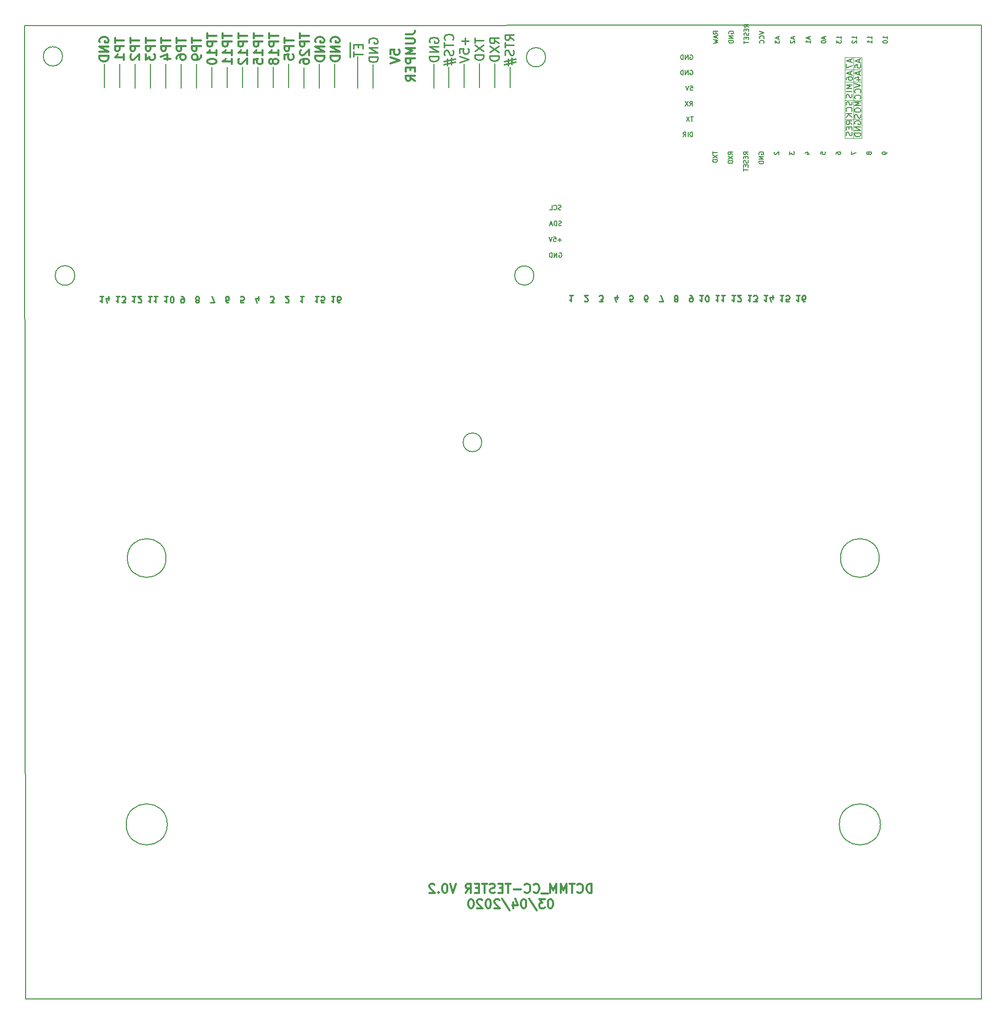
<source format=gbo>
G04 #@! TF.GenerationSoftware,KiCad,Pcbnew,(5.1.5)-3*
G04 #@! TF.CreationDate,2020-04-03T10:30:42+02:00*
G04 #@! TF.ProjectId,carecasetester,63617265-6361-4736-9574-65737465722e,rev?*
G04 #@! TF.SameCoordinates,Original*
G04 #@! TF.FileFunction,Legend,Bot*
G04 #@! TF.FilePolarity,Positive*
%FSLAX46Y46*%
G04 Gerber Fmt 4.6, Leading zero omitted, Abs format (unit mm)*
G04 Created by KiCad (PCBNEW (5.1.5)-3) date 2020-04-03 10:30:42*
%MOMM*%
%LPD*%
G04 APERTURE LIST*
%ADD10C,0.300000*%
%ADD11C,0.150000*%
%ADD12C,0.250000*%
%ADD13C,0.187500*%
%ADD14C,0.200000*%
%ADD15C,0.120000*%
G04 APERTURE END LIST*
D10*
X137533571Y-14084285D02*
X137533571Y-13370000D01*
X138247857Y-13298571D01*
X138176428Y-13370000D01*
X138105000Y-13512857D01*
X138105000Y-13870000D01*
X138176428Y-14012857D01*
X138247857Y-14084285D01*
X138390714Y-14155714D01*
X138747857Y-14155714D01*
X138890714Y-14084285D01*
X138962142Y-14012857D01*
X139033571Y-13870000D01*
X139033571Y-13512857D01*
X138962142Y-13370000D01*
X138890714Y-13298571D01*
X137533571Y-14584285D02*
X139033571Y-15084285D01*
X137533571Y-15584285D01*
X140083571Y-10762857D02*
X141155000Y-10762857D01*
X141369285Y-10691428D01*
X141512142Y-10548571D01*
X141583571Y-10334285D01*
X141583571Y-10191428D01*
X140083571Y-11477142D02*
X141297857Y-11477142D01*
X141440714Y-11548571D01*
X141512142Y-11620000D01*
X141583571Y-11762857D01*
X141583571Y-12048571D01*
X141512142Y-12191428D01*
X141440714Y-12262857D01*
X141297857Y-12334285D01*
X140083571Y-12334285D01*
X141583571Y-13048571D02*
X140083571Y-13048571D01*
X141155000Y-13548571D01*
X140083571Y-14048571D01*
X141583571Y-14048571D01*
X141583571Y-14762857D02*
X140083571Y-14762857D01*
X140083571Y-15334285D01*
X140155000Y-15477142D01*
X140226428Y-15548571D01*
X140369285Y-15620000D01*
X140583571Y-15620000D01*
X140726428Y-15548571D01*
X140797857Y-15477142D01*
X140869285Y-15334285D01*
X140869285Y-14762857D01*
X140797857Y-16262857D02*
X140797857Y-16762857D01*
X141583571Y-16977142D02*
X141583571Y-16262857D01*
X140083571Y-16262857D01*
X140083571Y-16977142D01*
X141583571Y-18477142D02*
X140869285Y-17977142D01*
X141583571Y-17620000D02*
X140083571Y-17620000D01*
X140083571Y-18191428D01*
X140155000Y-18334285D01*
X140226428Y-18405714D01*
X140369285Y-18477142D01*
X140583571Y-18477142D01*
X140726428Y-18405714D01*
X140797857Y-18334285D01*
X140869285Y-18191428D01*
X140869285Y-17620000D01*
D11*
X187131071Y-14250000D02*
X187202500Y-14214285D01*
X187309642Y-14214285D01*
X187416785Y-14250000D01*
X187488214Y-14321428D01*
X187523928Y-14392857D01*
X187559642Y-14535714D01*
X187559642Y-14642857D01*
X187523928Y-14785714D01*
X187488214Y-14857142D01*
X187416785Y-14928571D01*
X187309642Y-14964285D01*
X187238214Y-14964285D01*
X187131071Y-14928571D01*
X187095357Y-14892857D01*
X187095357Y-14642857D01*
X187238214Y-14642857D01*
X186773928Y-14964285D02*
X186773928Y-14214285D01*
X186345357Y-14964285D01*
X186345357Y-14214285D01*
X185988214Y-14964285D02*
X185988214Y-14214285D01*
X185809642Y-14214285D01*
X185702500Y-14250000D01*
X185631071Y-14321428D01*
X185595357Y-14392857D01*
X185559642Y-14535714D01*
X185559642Y-14642857D01*
X185595357Y-14785714D01*
X185631071Y-14857142D01*
X185702500Y-14928571D01*
X185809642Y-14964285D01*
X185988214Y-14964285D01*
X187131071Y-16800000D02*
X187202500Y-16764285D01*
X187309642Y-16764285D01*
X187416785Y-16800000D01*
X187488214Y-16871428D01*
X187523928Y-16942857D01*
X187559642Y-17085714D01*
X187559642Y-17192857D01*
X187523928Y-17335714D01*
X187488214Y-17407142D01*
X187416785Y-17478571D01*
X187309642Y-17514285D01*
X187238214Y-17514285D01*
X187131071Y-17478571D01*
X187095357Y-17442857D01*
X187095357Y-17192857D01*
X187238214Y-17192857D01*
X186773928Y-17514285D02*
X186773928Y-16764285D01*
X186345357Y-17514285D01*
X186345357Y-16764285D01*
X185988214Y-17514285D02*
X185988214Y-16764285D01*
X185809642Y-16764285D01*
X185702500Y-16800000D01*
X185631071Y-16871428D01*
X185595357Y-16942857D01*
X185559642Y-17085714D01*
X185559642Y-17192857D01*
X185595357Y-17335714D01*
X185631071Y-17407142D01*
X185702500Y-17478571D01*
X185809642Y-17514285D01*
X185988214Y-17514285D01*
X187166785Y-19314285D02*
X187523928Y-19314285D01*
X187559642Y-19671428D01*
X187523928Y-19635714D01*
X187452500Y-19600000D01*
X187273928Y-19600000D01*
X187202500Y-19635714D01*
X187166785Y-19671428D01*
X187131071Y-19742857D01*
X187131071Y-19921428D01*
X187166785Y-19992857D01*
X187202500Y-20028571D01*
X187273928Y-20064285D01*
X187452500Y-20064285D01*
X187523928Y-20028571D01*
X187559642Y-19992857D01*
X186916785Y-19314285D02*
X186666785Y-20064285D01*
X186416785Y-19314285D01*
X187095357Y-22614285D02*
X187345357Y-22257142D01*
X187523928Y-22614285D02*
X187523928Y-21864285D01*
X187238214Y-21864285D01*
X187166785Y-21900000D01*
X187131071Y-21935714D01*
X187095357Y-22007142D01*
X187095357Y-22114285D01*
X187131071Y-22185714D01*
X187166785Y-22221428D01*
X187238214Y-22257142D01*
X187523928Y-22257142D01*
X186845357Y-21864285D02*
X186345357Y-22614285D01*
X186345357Y-21864285D02*
X186845357Y-22614285D01*
X187631071Y-24414285D02*
X187202500Y-24414285D01*
X187416785Y-25164285D02*
X187416785Y-24414285D01*
X187023928Y-24414285D02*
X186523928Y-25164285D01*
X186523928Y-24414285D02*
X187023928Y-25164285D01*
X187523928Y-27714285D02*
X187523928Y-26964285D01*
X187345357Y-26964285D01*
X187238214Y-27000000D01*
X187166785Y-27071428D01*
X187131071Y-27142857D01*
X187095357Y-27285714D01*
X187095357Y-27392857D01*
X187131071Y-27535714D01*
X187166785Y-27607142D01*
X187238214Y-27678571D01*
X187345357Y-27714285D01*
X187523928Y-27714285D01*
X186773928Y-27714285D02*
X186773928Y-26964285D01*
X185988214Y-27714285D02*
X186238214Y-27357142D01*
X186416785Y-27714285D02*
X186416785Y-26964285D01*
X186131071Y-26964285D01*
X186059642Y-27000000D01*
X186023928Y-27035714D01*
X185988214Y-27107142D01*
X185988214Y-27214285D01*
X186023928Y-27285714D01*
X186059642Y-27321428D01*
X186131071Y-27357142D01*
X186416785Y-27357142D01*
X190864285Y-30168928D02*
X190864285Y-30597500D01*
X191614285Y-30383214D02*
X190864285Y-30383214D01*
X190864285Y-30776071D02*
X191614285Y-31276071D01*
X190864285Y-31276071D02*
X191614285Y-30776071D01*
X191614285Y-31561785D02*
X190864285Y-31561785D01*
X190864285Y-31740357D01*
X190900000Y-31847500D01*
X190971428Y-31918928D01*
X191042857Y-31954642D01*
X191185714Y-31990357D01*
X191292857Y-31990357D01*
X191435714Y-31954642D01*
X191507142Y-31918928D01*
X191578571Y-31847500D01*
X191614285Y-31740357D01*
X191614285Y-31561785D01*
X194164285Y-30704642D02*
X193807142Y-30454642D01*
X194164285Y-30276071D02*
X193414285Y-30276071D01*
X193414285Y-30561785D01*
X193450000Y-30633214D01*
X193485714Y-30668928D01*
X193557142Y-30704642D01*
X193664285Y-30704642D01*
X193735714Y-30668928D01*
X193771428Y-30633214D01*
X193807142Y-30561785D01*
X193807142Y-30276071D01*
X193414285Y-30954642D02*
X194164285Y-31454642D01*
X193414285Y-31454642D02*
X194164285Y-30954642D01*
X194164285Y-31740357D02*
X193414285Y-31740357D01*
X193414285Y-31918928D01*
X193450000Y-32026071D01*
X193521428Y-32097500D01*
X193592857Y-32133214D01*
X193735714Y-32168928D01*
X193842857Y-32168928D01*
X193985714Y-32133214D01*
X194057142Y-32097500D01*
X194128571Y-32026071D01*
X194164285Y-31918928D01*
X194164285Y-31740357D01*
X196714285Y-30704642D02*
X196357142Y-30454642D01*
X196714285Y-30276071D02*
X195964285Y-30276071D01*
X195964285Y-30561785D01*
X196000000Y-30633214D01*
X196035714Y-30668928D01*
X196107142Y-30704642D01*
X196214285Y-30704642D01*
X196285714Y-30668928D01*
X196321428Y-30633214D01*
X196357142Y-30561785D01*
X196357142Y-30276071D01*
X196321428Y-31026071D02*
X196321428Y-31276071D01*
X196714285Y-31383214D02*
X196714285Y-31026071D01*
X195964285Y-31026071D01*
X195964285Y-31383214D01*
X196678571Y-31668928D02*
X196714285Y-31776071D01*
X196714285Y-31954642D01*
X196678571Y-32026071D01*
X196642857Y-32061785D01*
X196571428Y-32097500D01*
X196500000Y-32097500D01*
X196428571Y-32061785D01*
X196392857Y-32026071D01*
X196357142Y-31954642D01*
X196321428Y-31811785D01*
X196285714Y-31740357D01*
X196250000Y-31704642D01*
X196178571Y-31668928D01*
X196107142Y-31668928D01*
X196035714Y-31704642D01*
X196000000Y-31740357D01*
X195964285Y-31811785D01*
X195964285Y-31990357D01*
X196000000Y-32097500D01*
X196321428Y-32418928D02*
X196321428Y-32668928D01*
X196714285Y-32776071D02*
X196714285Y-32418928D01*
X195964285Y-32418928D01*
X195964285Y-32776071D01*
X195964285Y-32990357D02*
X195964285Y-33418928D01*
X196714285Y-33204642D02*
X195964285Y-33204642D01*
X198550000Y-30668928D02*
X198514285Y-30597500D01*
X198514285Y-30490357D01*
X198550000Y-30383214D01*
X198621428Y-30311785D01*
X198692857Y-30276071D01*
X198835714Y-30240357D01*
X198942857Y-30240357D01*
X199085714Y-30276071D01*
X199157142Y-30311785D01*
X199228571Y-30383214D01*
X199264285Y-30490357D01*
X199264285Y-30561785D01*
X199228571Y-30668928D01*
X199192857Y-30704642D01*
X198942857Y-30704642D01*
X198942857Y-30561785D01*
X199264285Y-31026071D02*
X198514285Y-31026071D01*
X199264285Y-31454642D01*
X198514285Y-31454642D01*
X199264285Y-31811785D02*
X198514285Y-31811785D01*
X198514285Y-31990357D01*
X198550000Y-32097500D01*
X198621428Y-32168928D01*
X198692857Y-32204642D01*
X198835714Y-32240357D01*
X198942857Y-32240357D01*
X199085714Y-32204642D01*
X199157142Y-32168928D01*
X199228571Y-32097500D01*
X199264285Y-31990357D01*
X199264285Y-31811785D01*
X201135714Y-30240357D02*
X201100000Y-30276071D01*
X201064285Y-30347500D01*
X201064285Y-30526071D01*
X201100000Y-30597500D01*
X201135714Y-30633214D01*
X201207142Y-30668928D01*
X201278571Y-30668928D01*
X201385714Y-30633214D01*
X201814285Y-30204642D01*
X201814285Y-30668928D01*
X203614285Y-30204642D02*
X203614285Y-30668928D01*
X203900000Y-30418928D01*
X203900000Y-30526071D01*
X203935714Y-30597500D01*
X203971428Y-30633214D01*
X204042857Y-30668928D01*
X204221428Y-30668928D01*
X204292857Y-30633214D01*
X204328571Y-30597500D01*
X204364285Y-30526071D01*
X204364285Y-30311785D01*
X204328571Y-30240357D01*
X204292857Y-30204642D01*
X206414285Y-30597500D02*
X206914285Y-30597500D01*
X206128571Y-30418928D02*
X206664285Y-30240357D01*
X206664285Y-30704642D01*
X208714285Y-30633214D02*
X208714285Y-30276071D01*
X209071428Y-30240357D01*
X209035714Y-30276071D01*
X209000000Y-30347500D01*
X209000000Y-30526071D01*
X209035714Y-30597500D01*
X209071428Y-30633214D01*
X209142857Y-30668928D01*
X209321428Y-30668928D01*
X209392857Y-30633214D01*
X209428571Y-30597500D01*
X209464285Y-30526071D01*
X209464285Y-30347500D01*
X209428571Y-30276071D01*
X209392857Y-30240357D01*
X211264285Y-30597500D02*
X211264285Y-30454642D01*
X211300000Y-30383214D01*
X211335714Y-30347500D01*
X211442857Y-30276071D01*
X211585714Y-30240357D01*
X211871428Y-30240357D01*
X211942857Y-30276071D01*
X211978571Y-30311785D01*
X212014285Y-30383214D01*
X212014285Y-30526071D01*
X211978571Y-30597500D01*
X211942857Y-30633214D01*
X211871428Y-30668928D01*
X211692857Y-30668928D01*
X211621428Y-30633214D01*
X211585714Y-30597500D01*
X211550000Y-30526071D01*
X211550000Y-30383214D01*
X211585714Y-30311785D01*
X211621428Y-30276071D01*
X211692857Y-30240357D01*
X213814285Y-30204642D02*
X213814285Y-30704642D01*
X214564285Y-30383214D01*
X216685714Y-30383214D02*
X216650000Y-30311785D01*
X216614285Y-30276071D01*
X216542857Y-30240357D01*
X216507142Y-30240357D01*
X216435714Y-30276071D01*
X216400000Y-30311785D01*
X216364285Y-30383214D01*
X216364285Y-30526071D01*
X216400000Y-30597500D01*
X216435714Y-30633214D01*
X216507142Y-30668928D01*
X216542857Y-30668928D01*
X216614285Y-30633214D01*
X216650000Y-30597500D01*
X216685714Y-30526071D01*
X216685714Y-30383214D01*
X216721428Y-30311785D01*
X216757142Y-30276071D01*
X216828571Y-30240357D01*
X216971428Y-30240357D01*
X217042857Y-30276071D01*
X217078571Y-30311785D01*
X217114285Y-30383214D01*
X217114285Y-30526071D01*
X217078571Y-30597500D01*
X217042857Y-30633214D01*
X216971428Y-30668928D01*
X216828571Y-30668928D01*
X216757142Y-30633214D01*
X216721428Y-30597500D01*
X216685714Y-30526071D01*
X219664285Y-30311785D02*
X219664285Y-30454642D01*
X219628571Y-30526071D01*
X219592857Y-30561785D01*
X219485714Y-30633214D01*
X219342857Y-30668928D01*
X219057142Y-30668928D01*
X218985714Y-30633214D01*
X218950000Y-30597500D01*
X218914285Y-30526071D01*
X218914285Y-30383214D01*
X218950000Y-30311785D01*
X218985714Y-30276071D01*
X219057142Y-30240357D01*
X219235714Y-30240357D01*
X219307142Y-30276071D01*
X219342857Y-30311785D01*
X219378571Y-30383214D01*
X219378571Y-30526071D01*
X219342857Y-30597500D01*
X219307142Y-30633214D01*
X219235714Y-30668928D01*
X191714285Y-10759642D02*
X191357142Y-10509642D01*
X191714285Y-10331071D02*
X190964285Y-10331071D01*
X190964285Y-10616785D01*
X191000000Y-10688214D01*
X191035714Y-10723928D01*
X191107142Y-10759642D01*
X191214285Y-10759642D01*
X191285714Y-10723928D01*
X191321428Y-10688214D01*
X191357142Y-10616785D01*
X191357142Y-10331071D01*
X191500000Y-11045357D02*
X191500000Y-11402500D01*
X191714285Y-10973928D02*
X190964285Y-11223928D01*
X191714285Y-11473928D01*
X190964285Y-11652500D02*
X191714285Y-11831071D01*
X191178571Y-11973928D01*
X191714285Y-12116785D01*
X190964285Y-12295357D01*
X193550000Y-10688214D02*
X193514285Y-10616785D01*
X193514285Y-10509642D01*
X193550000Y-10402500D01*
X193621428Y-10331071D01*
X193692857Y-10295357D01*
X193835714Y-10259642D01*
X193942857Y-10259642D01*
X194085714Y-10295357D01*
X194157142Y-10331071D01*
X194228571Y-10402500D01*
X194264285Y-10509642D01*
X194264285Y-10581071D01*
X194228571Y-10688214D01*
X194192857Y-10723928D01*
X193942857Y-10723928D01*
X193942857Y-10581071D01*
X194264285Y-11045357D02*
X193514285Y-11045357D01*
X194264285Y-11473928D01*
X193514285Y-11473928D01*
X194264285Y-11831071D02*
X193514285Y-11831071D01*
X193514285Y-12009642D01*
X193550000Y-12116785D01*
X193621428Y-12188214D01*
X193692857Y-12223928D01*
X193835714Y-12259642D01*
X193942857Y-12259642D01*
X194085714Y-12223928D01*
X194157142Y-12188214D01*
X194228571Y-12116785D01*
X194264285Y-12009642D01*
X194264285Y-11831071D01*
X196814285Y-9616785D02*
X196457142Y-9366785D01*
X196814285Y-9188214D02*
X196064285Y-9188214D01*
X196064285Y-9473928D01*
X196100000Y-9545357D01*
X196135714Y-9581071D01*
X196207142Y-9616785D01*
X196314285Y-9616785D01*
X196385714Y-9581071D01*
X196421428Y-9545357D01*
X196457142Y-9473928D01*
X196457142Y-9188214D01*
X196421428Y-9938214D02*
X196421428Y-10188214D01*
X196814285Y-10295357D02*
X196814285Y-9938214D01*
X196064285Y-9938214D01*
X196064285Y-10295357D01*
X196778571Y-10581071D02*
X196814285Y-10688214D01*
X196814285Y-10866785D01*
X196778571Y-10938214D01*
X196742857Y-10973928D01*
X196671428Y-11009642D01*
X196600000Y-11009642D01*
X196528571Y-10973928D01*
X196492857Y-10938214D01*
X196457142Y-10866785D01*
X196421428Y-10723928D01*
X196385714Y-10652500D01*
X196350000Y-10616785D01*
X196278571Y-10581071D01*
X196207142Y-10581071D01*
X196135714Y-10616785D01*
X196100000Y-10652500D01*
X196064285Y-10723928D01*
X196064285Y-10902500D01*
X196100000Y-11009642D01*
X196421428Y-11331071D02*
X196421428Y-11581071D01*
X196814285Y-11688214D02*
X196814285Y-11331071D01*
X196064285Y-11331071D01*
X196064285Y-11688214D01*
X196064285Y-11902500D02*
X196064285Y-12331071D01*
X196814285Y-12116785D02*
X196064285Y-12116785D01*
X198614285Y-10331071D02*
X199364285Y-10581071D01*
X198614285Y-10831071D01*
X199292857Y-11509642D02*
X199328571Y-11473928D01*
X199364285Y-11366785D01*
X199364285Y-11295357D01*
X199328571Y-11188214D01*
X199257142Y-11116785D01*
X199185714Y-11081071D01*
X199042857Y-11045357D01*
X198935714Y-11045357D01*
X198792857Y-11081071D01*
X198721428Y-11116785D01*
X198650000Y-11188214D01*
X198614285Y-11295357D01*
X198614285Y-11366785D01*
X198650000Y-11473928D01*
X198685714Y-11509642D01*
X199292857Y-12259642D02*
X199328571Y-12223928D01*
X199364285Y-12116785D01*
X199364285Y-12045357D01*
X199328571Y-11938214D01*
X199257142Y-11866785D01*
X199185714Y-11831071D01*
X199042857Y-11795357D01*
X198935714Y-11795357D01*
X198792857Y-11831071D01*
X198721428Y-11866785D01*
X198650000Y-11938214D01*
X198614285Y-12045357D01*
X198614285Y-12116785D01*
X198650000Y-12223928D01*
X198685714Y-12259642D01*
X201700000Y-11188214D02*
X201700000Y-11545357D01*
X201914285Y-11116785D02*
X201164285Y-11366785D01*
X201914285Y-11616785D01*
X201164285Y-11795357D02*
X201164285Y-12259642D01*
X201450000Y-12009642D01*
X201450000Y-12116785D01*
X201485714Y-12188214D01*
X201521428Y-12223928D01*
X201592857Y-12259642D01*
X201771428Y-12259642D01*
X201842857Y-12223928D01*
X201878571Y-12188214D01*
X201914285Y-12116785D01*
X201914285Y-11902500D01*
X201878571Y-11831071D01*
X201842857Y-11795357D01*
X204250000Y-11188214D02*
X204250000Y-11545357D01*
X204464285Y-11116785D02*
X203714285Y-11366785D01*
X204464285Y-11616785D01*
X203785714Y-11831071D02*
X203750000Y-11866785D01*
X203714285Y-11938214D01*
X203714285Y-12116785D01*
X203750000Y-12188214D01*
X203785714Y-12223928D01*
X203857142Y-12259642D01*
X203928571Y-12259642D01*
X204035714Y-12223928D01*
X204464285Y-11795357D01*
X204464285Y-12259642D01*
X206800000Y-11188214D02*
X206800000Y-11545357D01*
X207014285Y-11116785D02*
X206264285Y-11366785D01*
X207014285Y-11616785D01*
X207014285Y-12259642D02*
X207014285Y-11831071D01*
X207014285Y-12045357D02*
X206264285Y-12045357D01*
X206371428Y-11973928D01*
X206442857Y-11902500D01*
X206478571Y-11831071D01*
X209350000Y-11188214D02*
X209350000Y-11545357D01*
X209564285Y-11116785D02*
X208814285Y-11366785D01*
X209564285Y-11616785D01*
X208814285Y-12009642D02*
X208814285Y-12081071D01*
X208850000Y-12152500D01*
X208885714Y-12188214D01*
X208957142Y-12223928D01*
X209100000Y-12259642D01*
X209278571Y-12259642D01*
X209421428Y-12223928D01*
X209492857Y-12188214D01*
X209528571Y-12152500D01*
X209564285Y-12081071D01*
X209564285Y-12009642D01*
X209528571Y-11938214D01*
X209492857Y-11902500D01*
X209421428Y-11866785D01*
X209278571Y-11831071D01*
X209100000Y-11831071D01*
X208957142Y-11866785D01*
X208885714Y-11902500D01*
X208850000Y-11938214D01*
X208814285Y-12009642D01*
X212114285Y-11545357D02*
X212114285Y-11116785D01*
X212114285Y-11331071D02*
X211364285Y-11331071D01*
X211471428Y-11259642D01*
X211542857Y-11188214D01*
X211578571Y-11116785D01*
X211364285Y-11795357D02*
X211364285Y-12259642D01*
X211650000Y-12009642D01*
X211650000Y-12116785D01*
X211685714Y-12188214D01*
X211721428Y-12223928D01*
X211792857Y-12259642D01*
X211971428Y-12259642D01*
X212042857Y-12223928D01*
X212078571Y-12188214D01*
X212114285Y-12116785D01*
X212114285Y-11902500D01*
X212078571Y-11831071D01*
X212042857Y-11795357D01*
X214664285Y-11545357D02*
X214664285Y-11116785D01*
X214664285Y-11331071D02*
X213914285Y-11331071D01*
X214021428Y-11259642D01*
X214092857Y-11188214D01*
X214128571Y-11116785D01*
X213985714Y-11831071D02*
X213950000Y-11866785D01*
X213914285Y-11938214D01*
X213914285Y-12116785D01*
X213950000Y-12188214D01*
X213985714Y-12223928D01*
X214057142Y-12259642D01*
X214128571Y-12259642D01*
X214235714Y-12223928D01*
X214664285Y-11795357D01*
X214664285Y-12259642D01*
X217214285Y-11545357D02*
X217214285Y-11116785D01*
X217214285Y-11331071D02*
X216464285Y-11331071D01*
X216571428Y-11259642D01*
X216642857Y-11188214D01*
X216678571Y-11116785D01*
X217214285Y-12259642D02*
X217214285Y-11831071D01*
X217214285Y-12045357D02*
X216464285Y-12045357D01*
X216571428Y-11973928D01*
X216642857Y-11902500D01*
X216678571Y-11831071D01*
X219764285Y-11545357D02*
X219764285Y-11116785D01*
X219764285Y-11331071D02*
X219014285Y-11331071D01*
X219121428Y-11259642D01*
X219192857Y-11188214D01*
X219228571Y-11116785D01*
X219014285Y-12009642D02*
X219014285Y-12081071D01*
X219050000Y-12152500D01*
X219085714Y-12188214D01*
X219157142Y-12223928D01*
X219300000Y-12259642D01*
X219478571Y-12259642D01*
X219621428Y-12223928D01*
X219692857Y-12188214D01*
X219728571Y-12152500D01*
X219764285Y-12081071D01*
X219764285Y-12009642D01*
X219728571Y-11938214D01*
X219692857Y-11902500D01*
X219621428Y-11866785D01*
X219478571Y-11831071D01*
X219300000Y-11831071D01*
X219157142Y-11866785D01*
X219085714Y-11902500D01*
X219050000Y-11938214D01*
X219014285Y-12009642D01*
D12*
X90046666Y-54177619D02*
X89475238Y-54177619D01*
X89760952Y-54177619D02*
X89760952Y-55177619D01*
X89665714Y-55034761D01*
X89570476Y-54939523D01*
X89475238Y-54891904D01*
X90903809Y-54844285D02*
X90903809Y-54177619D01*
X90665714Y-55225238D02*
X90427619Y-54510952D01*
X91046666Y-54510952D01*
X92713333Y-54177619D02*
X92141904Y-54177619D01*
X92427619Y-54177619D02*
X92427619Y-55177619D01*
X92332380Y-55034761D01*
X92237142Y-54939523D01*
X92141904Y-54891904D01*
X93046666Y-55177619D02*
X93665714Y-55177619D01*
X93332380Y-54796666D01*
X93475238Y-54796666D01*
X93570476Y-54749047D01*
X93618095Y-54701428D01*
X93665714Y-54606190D01*
X93665714Y-54368095D01*
X93618095Y-54272857D01*
X93570476Y-54225238D01*
X93475238Y-54177619D01*
X93189523Y-54177619D01*
X93094285Y-54225238D01*
X93046666Y-54272857D01*
X95380000Y-54177619D02*
X94808571Y-54177619D01*
X95094285Y-54177619D02*
X95094285Y-55177619D01*
X94999047Y-55034761D01*
X94903809Y-54939523D01*
X94808571Y-54891904D01*
X95760952Y-55082380D02*
X95808571Y-55130000D01*
X95903809Y-55177619D01*
X96141904Y-55177619D01*
X96237142Y-55130000D01*
X96284761Y-55082380D01*
X96332380Y-54987142D01*
X96332380Y-54891904D01*
X96284761Y-54749047D01*
X95713333Y-54177619D01*
X96332380Y-54177619D01*
X98046666Y-54177619D02*
X97475238Y-54177619D01*
X97760952Y-54177619D02*
X97760952Y-55177619D01*
X97665714Y-55034761D01*
X97570476Y-54939523D01*
X97475238Y-54891904D01*
X98999047Y-54177619D02*
X98427619Y-54177619D01*
X98713333Y-54177619D02*
X98713333Y-55177619D01*
X98618095Y-55034761D01*
X98522857Y-54939523D01*
X98427619Y-54891904D01*
X100713333Y-54177619D02*
X100141904Y-54177619D01*
X100427619Y-54177619D02*
X100427619Y-55177619D01*
X100332380Y-55034761D01*
X100237142Y-54939523D01*
X100141904Y-54891904D01*
X101332380Y-55177619D02*
X101427619Y-55177619D01*
X101522857Y-55130000D01*
X101570476Y-55082380D01*
X101618095Y-54987142D01*
X101665714Y-54796666D01*
X101665714Y-54558571D01*
X101618095Y-54368095D01*
X101570476Y-54272857D01*
X101522857Y-54225238D01*
X101427619Y-54177619D01*
X101332380Y-54177619D01*
X101237142Y-54225238D01*
X101189523Y-54272857D01*
X101141904Y-54368095D01*
X101094285Y-54558571D01*
X101094285Y-54796666D01*
X101141904Y-54987142D01*
X101189523Y-55082380D01*
X101237142Y-55130000D01*
X101332380Y-55177619D01*
X102903809Y-54177619D02*
X103094285Y-54177619D01*
X103189523Y-54225238D01*
X103237142Y-54272857D01*
X103332380Y-54415714D01*
X103380000Y-54606190D01*
X103380000Y-54987142D01*
X103332380Y-55082380D01*
X103284761Y-55130000D01*
X103189523Y-55177619D01*
X102999047Y-55177619D01*
X102903809Y-55130000D01*
X102856190Y-55082380D01*
X102808571Y-54987142D01*
X102808571Y-54749047D01*
X102856190Y-54653809D01*
X102903809Y-54606190D01*
X102999047Y-54558571D01*
X103189523Y-54558571D01*
X103284761Y-54606190D01*
X103332380Y-54653809D01*
X103380000Y-54749047D01*
X105475238Y-54749047D02*
X105380000Y-54796666D01*
X105332380Y-54844285D01*
X105284761Y-54939523D01*
X105284761Y-54987142D01*
X105332380Y-55082380D01*
X105380000Y-55130000D01*
X105475238Y-55177619D01*
X105665714Y-55177619D01*
X105760952Y-55130000D01*
X105808571Y-55082380D01*
X105856190Y-54987142D01*
X105856190Y-54939523D01*
X105808571Y-54844285D01*
X105760952Y-54796666D01*
X105665714Y-54749047D01*
X105475238Y-54749047D01*
X105380000Y-54701428D01*
X105332380Y-54653809D01*
X105284761Y-54558571D01*
X105284761Y-54368095D01*
X105332380Y-54272857D01*
X105380000Y-54225238D01*
X105475238Y-54177619D01*
X105665714Y-54177619D01*
X105760952Y-54225238D01*
X105808571Y-54272857D01*
X105856190Y-54368095D01*
X105856190Y-54558571D01*
X105808571Y-54653809D01*
X105760952Y-54701428D01*
X105665714Y-54749047D01*
X107713333Y-55177619D02*
X108380000Y-55177619D01*
X107951428Y-54177619D01*
X110713333Y-55177619D02*
X110522857Y-55177619D01*
X110427619Y-55130000D01*
X110380000Y-55082380D01*
X110284761Y-54939523D01*
X110237142Y-54749047D01*
X110237142Y-54368095D01*
X110284761Y-54272857D01*
X110332380Y-54225238D01*
X110427619Y-54177619D01*
X110618095Y-54177619D01*
X110713333Y-54225238D01*
X110760952Y-54272857D01*
X110808571Y-54368095D01*
X110808571Y-54606190D01*
X110760952Y-54701428D01*
X110713333Y-54749047D01*
X110618095Y-54796666D01*
X110427619Y-54796666D01*
X110332380Y-54749047D01*
X110284761Y-54701428D01*
X110237142Y-54606190D01*
X113237142Y-55177619D02*
X112760952Y-55177619D01*
X112713333Y-54701428D01*
X112760952Y-54749047D01*
X112856190Y-54796666D01*
X113094285Y-54796666D01*
X113189523Y-54749047D01*
X113237142Y-54701428D01*
X113284761Y-54606190D01*
X113284761Y-54368095D01*
X113237142Y-54272857D01*
X113189523Y-54225238D01*
X113094285Y-54177619D01*
X112856190Y-54177619D01*
X112760952Y-54225238D01*
X112713333Y-54272857D01*
X115665714Y-54844285D02*
X115665714Y-54177619D01*
X115427619Y-55225238D02*
X115189523Y-54510952D01*
X115808571Y-54510952D01*
X117618095Y-55177619D02*
X118237142Y-55177619D01*
X117903809Y-54796666D01*
X118046666Y-54796666D01*
X118141904Y-54749047D01*
X118189523Y-54701428D01*
X118237142Y-54606190D01*
X118237142Y-54368095D01*
X118189523Y-54272857D01*
X118141904Y-54225238D01*
X118046666Y-54177619D01*
X117760952Y-54177619D01*
X117665714Y-54225238D01*
X117618095Y-54272857D01*
X120141904Y-55082380D02*
X120189523Y-55130000D01*
X120284761Y-55177619D01*
X120522857Y-55177619D01*
X120618095Y-55130000D01*
X120665714Y-55082380D01*
X120713333Y-54987142D01*
X120713333Y-54891904D01*
X120665714Y-54749047D01*
X120094285Y-54177619D01*
X120713333Y-54177619D01*
X123189523Y-54177619D02*
X122618095Y-54177619D01*
X122903809Y-54177619D02*
X122903809Y-55177619D01*
X122808571Y-55034761D01*
X122713333Y-54939523D01*
X122618095Y-54891904D01*
X125665714Y-54177619D02*
X125094285Y-54177619D01*
X125380000Y-54177619D02*
X125380000Y-55177619D01*
X125284761Y-55034761D01*
X125189523Y-54939523D01*
X125094285Y-54891904D01*
X126570476Y-55177619D02*
X126094285Y-55177619D01*
X126046666Y-54701428D01*
X126094285Y-54749047D01*
X126189523Y-54796666D01*
X126427619Y-54796666D01*
X126522857Y-54749047D01*
X126570476Y-54701428D01*
X126618095Y-54606190D01*
X126618095Y-54368095D01*
X126570476Y-54272857D01*
X126522857Y-54225238D01*
X126427619Y-54177619D01*
X126189523Y-54177619D01*
X126094285Y-54225238D01*
X126046666Y-54272857D01*
X128332380Y-54177619D02*
X127760952Y-54177619D01*
X128046666Y-54177619D02*
X128046666Y-55177619D01*
X127951428Y-55034761D01*
X127856190Y-54939523D01*
X127760952Y-54891904D01*
X129189523Y-55177619D02*
X128999047Y-55177619D01*
X128903809Y-55130000D01*
X128856190Y-55082380D01*
X128760952Y-54939523D01*
X128713333Y-54749047D01*
X128713333Y-54368095D01*
X128760952Y-54272857D01*
X128808571Y-54225238D01*
X128903809Y-54177619D01*
X129094285Y-54177619D01*
X129189523Y-54225238D01*
X129237142Y-54272857D01*
X129284761Y-54368095D01*
X129284761Y-54606190D01*
X129237142Y-54701428D01*
X129189523Y-54749047D01*
X129094285Y-54796666D01*
X128903809Y-54796666D01*
X128808571Y-54749047D01*
X128760952Y-54701428D01*
X128713333Y-54606190D01*
X167737619Y-54017619D02*
X167166190Y-54017619D01*
X167451904Y-54017619D02*
X167451904Y-55017619D01*
X167356666Y-54874761D01*
X167261428Y-54779523D01*
X167166190Y-54731904D01*
X169642380Y-54922380D02*
X169690000Y-54970000D01*
X169785238Y-55017619D01*
X170023333Y-55017619D01*
X170118571Y-54970000D01*
X170166190Y-54922380D01*
X170213809Y-54827142D01*
X170213809Y-54731904D01*
X170166190Y-54589047D01*
X169594761Y-54017619D01*
X170213809Y-54017619D01*
X172070952Y-55017619D02*
X172690000Y-55017619D01*
X172356666Y-54636666D01*
X172499523Y-54636666D01*
X172594761Y-54589047D01*
X172642380Y-54541428D01*
X172690000Y-54446190D01*
X172690000Y-54208095D01*
X172642380Y-54112857D01*
X172594761Y-54065238D01*
X172499523Y-54017619D01*
X172213809Y-54017619D01*
X172118571Y-54065238D01*
X172070952Y-54112857D01*
X175070952Y-54684285D02*
X175070952Y-54017619D01*
X174832857Y-55065238D02*
X174594761Y-54350952D01*
X175213809Y-54350952D01*
X177594761Y-55017619D02*
X177118571Y-55017619D01*
X177070952Y-54541428D01*
X177118571Y-54589047D01*
X177213809Y-54636666D01*
X177451904Y-54636666D01*
X177547142Y-54589047D01*
X177594761Y-54541428D01*
X177642380Y-54446190D01*
X177642380Y-54208095D01*
X177594761Y-54112857D01*
X177547142Y-54065238D01*
X177451904Y-54017619D01*
X177213809Y-54017619D01*
X177118571Y-54065238D01*
X177070952Y-54112857D01*
X180023333Y-55017619D02*
X179832857Y-55017619D01*
X179737619Y-54970000D01*
X179690000Y-54922380D01*
X179594761Y-54779523D01*
X179547142Y-54589047D01*
X179547142Y-54208095D01*
X179594761Y-54112857D01*
X179642380Y-54065238D01*
X179737619Y-54017619D01*
X179928095Y-54017619D01*
X180023333Y-54065238D01*
X180070952Y-54112857D01*
X180118571Y-54208095D01*
X180118571Y-54446190D01*
X180070952Y-54541428D01*
X180023333Y-54589047D01*
X179928095Y-54636666D01*
X179737619Y-54636666D01*
X179642380Y-54589047D01*
X179594761Y-54541428D01*
X179547142Y-54446190D01*
X181975714Y-55017619D02*
X182642380Y-55017619D01*
X182213809Y-54017619D01*
X184690000Y-54589047D02*
X184594761Y-54636666D01*
X184547142Y-54684285D01*
X184499523Y-54779523D01*
X184499523Y-54827142D01*
X184547142Y-54922380D01*
X184594761Y-54970000D01*
X184690000Y-55017619D01*
X184880476Y-55017619D01*
X184975714Y-54970000D01*
X185023333Y-54922380D01*
X185070952Y-54827142D01*
X185070952Y-54779523D01*
X185023333Y-54684285D01*
X184975714Y-54636666D01*
X184880476Y-54589047D01*
X184690000Y-54589047D01*
X184594761Y-54541428D01*
X184547142Y-54493809D01*
X184499523Y-54398571D01*
X184499523Y-54208095D01*
X184547142Y-54112857D01*
X184594761Y-54065238D01*
X184690000Y-54017619D01*
X184880476Y-54017619D01*
X184975714Y-54065238D01*
X185023333Y-54112857D01*
X185070952Y-54208095D01*
X185070952Y-54398571D01*
X185023333Y-54493809D01*
X184975714Y-54541428D01*
X184880476Y-54589047D01*
X187070952Y-54017619D02*
X187261428Y-54017619D01*
X187356666Y-54065238D01*
X187404285Y-54112857D01*
X187499523Y-54255714D01*
X187547142Y-54446190D01*
X187547142Y-54827142D01*
X187499523Y-54922380D01*
X187451904Y-54970000D01*
X187356666Y-55017619D01*
X187166190Y-55017619D01*
X187070952Y-54970000D01*
X187023333Y-54922380D01*
X186975714Y-54827142D01*
X186975714Y-54589047D01*
X187023333Y-54493809D01*
X187070952Y-54446190D01*
X187166190Y-54398571D01*
X187356666Y-54398571D01*
X187451904Y-54446190D01*
X187499523Y-54493809D01*
X187547142Y-54589047D01*
X189261428Y-54017619D02*
X188690000Y-54017619D01*
X188975714Y-54017619D02*
X188975714Y-55017619D01*
X188880476Y-54874761D01*
X188785238Y-54779523D01*
X188690000Y-54731904D01*
X189880476Y-55017619D02*
X189975714Y-55017619D01*
X190070952Y-54970000D01*
X190118571Y-54922380D01*
X190166190Y-54827142D01*
X190213809Y-54636666D01*
X190213809Y-54398571D01*
X190166190Y-54208095D01*
X190118571Y-54112857D01*
X190070952Y-54065238D01*
X189975714Y-54017619D01*
X189880476Y-54017619D01*
X189785238Y-54065238D01*
X189737619Y-54112857D01*
X189690000Y-54208095D01*
X189642380Y-54398571D01*
X189642380Y-54636666D01*
X189690000Y-54827142D01*
X189737619Y-54922380D01*
X189785238Y-54970000D01*
X189880476Y-55017619D01*
X191928095Y-54017619D02*
X191356666Y-54017619D01*
X191642380Y-54017619D02*
X191642380Y-55017619D01*
X191547142Y-54874761D01*
X191451904Y-54779523D01*
X191356666Y-54731904D01*
X192880476Y-54017619D02*
X192309047Y-54017619D01*
X192594761Y-54017619D02*
X192594761Y-55017619D01*
X192499523Y-54874761D01*
X192404285Y-54779523D01*
X192309047Y-54731904D01*
X194594761Y-54017619D02*
X194023333Y-54017619D01*
X194309047Y-54017619D02*
X194309047Y-55017619D01*
X194213809Y-54874761D01*
X194118571Y-54779523D01*
X194023333Y-54731904D01*
X194975714Y-54922380D02*
X195023333Y-54970000D01*
X195118571Y-55017619D01*
X195356666Y-55017619D01*
X195451904Y-54970000D01*
X195499523Y-54922380D01*
X195547142Y-54827142D01*
X195547142Y-54731904D01*
X195499523Y-54589047D01*
X194928095Y-54017619D01*
X195547142Y-54017619D01*
X197261428Y-54017619D02*
X196689999Y-54017619D01*
X196975714Y-54017619D02*
X196975714Y-55017619D01*
X196880476Y-54874761D01*
X196785238Y-54779523D01*
X196689999Y-54731904D01*
X197594761Y-55017619D02*
X198213809Y-55017619D01*
X197880476Y-54636666D01*
X198023333Y-54636666D01*
X198118571Y-54589047D01*
X198166190Y-54541428D01*
X198213809Y-54446190D01*
X198213809Y-54208095D01*
X198166190Y-54112857D01*
X198118571Y-54065238D01*
X198023333Y-54017619D01*
X197737619Y-54017619D01*
X197642380Y-54065238D01*
X197594761Y-54112857D01*
X199928095Y-54017619D02*
X199356666Y-54017619D01*
X199642380Y-54017619D02*
X199642380Y-55017619D01*
X199547142Y-54874761D01*
X199451904Y-54779523D01*
X199356666Y-54731904D01*
X200785238Y-54684285D02*
X200785238Y-54017619D01*
X200547142Y-55065238D02*
X200309047Y-54350952D01*
X200928095Y-54350952D01*
X202594761Y-54017619D02*
X202023333Y-54017619D01*
X202309047Y-54017619D02*
X202309047Y-55017619D01*
X202213809Y-54874761D01*
X202118571Y-54779523D01*
X202023333Y-54731904D01*
X203499523Y-55017619D02*
X203023333Y-55017619D01*
X202975714Y-54541428D01*
X203023333Y-54589047D01*
X203118571Y-54636666D01*
X203356666Y-54636666D01*
X203451904Y-54589047D01*
X203499523Y-54541428D01*
X203547142Y-54446190D01*
X203547142Y-54208095D01*
X203499523Y-54112857D01*
X203451904Y-54065238D01*
X203356666Y-54017619D01*
X203118571Y-54017619D01*
X203023333Y-54065238D01*
X202975714Y-54112857D01*
X205261428Y-54017619D02*
X204689999Y-54017619D01*
X204975714Y-54017619D02*
X204975714Y-55017619D01*
X204880476Y-54874761D01*
X204785238Y-54779523D01*
X204689999Y-54731904D01*
X206118571Y-55017619D02*
X205928095Y-55017619D01*
X205832857Y-54970000D01*
X205785238Y-54922380D01*
X205689999Y-54779523D01*
X205642380Y-54589047D01*
X205642380Y-54208095D01*
X205689999Y-54112857D01*
X205737619Y-54065238D01*
X205832857Y-54017619D01*
X206023333Y-54017619D01*
X206118571Y-54065238D01*
X206166190Y-54112857D01*
X206213809Y-54208095D01*
X206213809Y-54446190D01*
X206166190Y-54541428D01*
X206118571Y-54589047D01*
X206023333Y-54636666D01*
X205832857Y-54636666D01*
X205737619Y-54589047D01*
X205689999Y-54541428D01*
X205642380Y-54446190D01*
D13*
X165762857Y-39796071D02*
X165655714Y-39831785D01*
X165477142Y-39831785D01*
X165405714Y-39796071D01*
X165370000Y-39760357D01*
X165334285Y-39688928D01*
X165334285Y-39617500D01*
X165370000Y-39546071D01*
X165405714Y-39510357D01*
X165477142Y-39474642D01*
X165620000Y-39438928D01*
X165691428Y-39403214D01*
X165727142Y-39367500D01*
X165762857Y-39296071D01*
X165762857Y-39224642D01*
X165727142Y-39153214D01*
X165691428Y-39117500D01*
X165620000Y-39081785D01*
X165441428Y-39081785D01*
X165334285Y-39117500D01*
X164584285Y-39760357D02*
X164620000Y-39796071D01*
X164727142Y-39831785D01*
X164798571Y-39831785D01*
X164905714Y-39796071D01*
X164977142Y-39724642D01*
X165012857Y-39653214D01*
X165048571Y-39510357D01*
X165048571Y-39403214D01*
X165012857Y-39260357D01*
X164977142Y-39188928D01*
X164905714Y-39117500D01*
X164798571Y-39081785D01*
X164727142Y-39081785D01*
X164620000Y-39117500D01*
X164584285Y-39153214D01*
X163905714Y-39831785D02*
X164262857Y-39831785D01*
X164262857Y-39081785D01*
X165780714Y-42421071D02*
X165673571Y-42456785D01*
X165495000Y-42456785D01*
X165423571Y-42421071D01*
X165387857Y-42385357D01*
X165352142Y-42313928D01*
X165352142Y-42242500D01*
X165387857Y-42171071D01*
X165423571Y-42135357D01*
X165495000Y-42099642D01*
X165637857Y-42063928D01*
X165709285Y-42028214D01*
X165745000Y-41992500D01*
X165780714Y-41921071D01*
X165780714Y-41849642D01*
X165745000Y-41778214D01*
X165709285Y-41742500D01*
X165637857Y-41706785D01*
X165459285Y-41706785D01*
X165352142Y-41742500D01*
X165030714Y-42456785D02*
X165030714Y-41706785D01*
X164852142Y-41706785D01*
X164745000Y-41742500D01*
X164673571Y-41813928D01*
X164637857Y-41885357D01*
X164602142Y-42028214D01*
X164602142Y-42135357D01*
X164637857Y-42278214D01*
X164673571Y-42349642D01*
X164745000Y-42421071D01*
X164852142Y-42456785D01*
X165030714Y-42456785D01*
X164316428Y-42242500D02*
X163959285Y-42242500D01*
X164387857Y-42456785D02*
X164137857Y-41706785D01*
X163887857Y-42456785D01*
X165834285Y-44796071D02*
X165262857Y-44796071D01*
X165548571Y-45081785D02*
X165548571Y-44510357D01*
X164548571Y-44331785D02*
X164905714Y-44331785D01*
X164941428Y-44688928D01*
X164905714Y-44653214D01*
X164834285Y-44617500D01*
X164655714Y-44617500D01*
X164584285Y-44653214D01*
X164548571Y-44688928D01*
X164512857Y-44760357D01*
X164512857Y-44938928D01*
X164548571Y-45010357D01*
X164584285Y-45046071D01*
X164655714Y-45081785D01*
X164834285Y-45081785D01*
X164905714Y-45046071D01*
X164941428Y-45010357D01*
X164298571Y-44331785D02*
X164048571Y-45081785D01*
X163798571Y-44331785D01*
X165441428Y-46992500D02*
X165512857Y-46956785D01*
X165620000Y-46956785D01*
X165727142Y-46992500D01*
X165798571Y-47063928D01*
X165834285Y-47135357D01*
X165870000Y-47278214D01*
X165870000Y-47385357D01*
X165834285Y-47528214D01*
X165798571Y-47599642D01*
X165727142Y-47671071D01*
X165620000Y-47706785D01*
X165548571Y-47706785D01*
X165441428Y-47671071D01*
X165405714Y-47635357D01*
X165405714Y-47385357D01*
X165548571Y-47385357D01*
X165084285Y-47706785D02*
X165084285Y-46956785D01*
X164655714Y-47706785D01*
X164655714Y-46956785D01*
X164298571Y-47706785D02*
X164298571Y-46956785D01*
X164120000Y-46956785D01*
X164012857Y-46992500D01*
X163941428Y-47063928D01*
X163905714Y-47135357D01*
X163870000Y-47278214D01*
X163870000Y-47385357D01*
X163905714Y-47528214D01*
X163941428Y-47599642D01*
X164012857Y-47671071D01*
X164120000Y-47706785D01*
X164298571Y-47706785D01*
D11*
X132110000Y-14450000D02*
X132120000Y-19660000D01*
X134670000Y-15760000D02*
X134670000Y-19710000D01*
D12*
X130865000Y-12140000D02*
X130865000Y-13497142D01*
X132162857Y-12497142D02*
X132162857Y-12997142D01*
X132948571Y-13211428D02*
X132948571Y-12497142D01*
X131448571Y-12497142D01*
X131448571Y-13211428D01*
X130865000Y-13497142D02*
X130865000Y-14640000D01*
X131448571Y-13640000D02*
X131448571Y-14497142D01*
X132948571Y-14068571D02*
X131448571Y-14068571D01*
X134020000Y-12247142D02*
X133948571Y-12104285D01*
X133948571Y-11890000D01*
X134020000Y-11675714D01*
X134162857Y-11532857D01*
X134305714Y-11461428D01*
X134591428Y-11390000D01*
X134805714Y-11390000D01*
X135091428Y-11461428D01*
X135234285Y-11532857D01*
X135377142Y-11675714D01*
X135448571Y-11890000D01*
X135448571Y-12032857D01*
X135377142Y-12247142D01*
X135305714Y-12318571D01*
X134805714Y-12318571D01*
X134805714Y-12032857D01*
X135448571Y-12961428D02*
X133948571Y-12961428D01*
X135448571Y-13818571D01*
X133948571Y-13818571D01*
X135448571Y-14532857D02*
X133948571Y-14532857D01*
X133948571Y-14890000D01*
X134020000Y-15104285D01*
X134162857Y-15247142D01*
X134305714Y-15318571D01*
X134591428Y-15390000D01*
X134805714Y-15390000D01*
X135091428Y-15318571D01*
X135234285Y-15247142D01*
X135377142Y-15104285D01*
X135448571Y-14890000D01*
X135448571Y-14532857D01*
D11*
X157390000Y-16260000D02*
X157390000Y-19630000D01*
X147230000Y-16220000D02*
X147230000Y-19590000D01*
X149760000Y-15690000D02*
X149760000Y-19640000D01*
X154850000Y-15650000D02*
X154850000Y-19600000D01*
X152310000Y-15650000D02*
X152310000Y-19600000D01*
X144700000Y-15710000D02*
X144700000Y-19660000D01*
D12*
X144040000Y-12137142D02*
X143968571Y-11994285D01*
X143968571Y-11780000D01*
X144040000Y-11565714D01*
X144182857Y-11422857D01*
X144325714Y-11351428D01*
X144611428Y-11280000D01*
X144825714Y-11280000D01*
X145111428Y-11351428D01*
X145254285Y-11422857D01*
X145397142Y-11565714D01*
X145468571Y-11780000D01*
X145468571Y-11922857D01*
X145397142Y-12137142D01*
X145325714Y-12208571D01*
X144825714Y-12208571D01*
X144825714Y-11922857D01*
X145468571Y-12851428D02*
X143968571Y-12851428D01*
X145468571Y-13708571D01*
X143968571Y-13708571D01*
X145468571Y-14422857D02*
X143968571Y-14422857D01*
X143968571Y-14780000D01*
X144040000Y-14994285D01*
X144182857Y-15137142D01*
X144325714Y-15208571D01*
X144611428Y-15280000D01*
X144825714Y-15280000D01*
X145111428Y-15208571D01*
X145254285Y-15137142D01*
X145397142Y-14994285D01*
X145468571Y-14780000D01*
X145468571Y-14422857D01*
X147825714Y-11708571D02*
X147897142Y-11637142D01*
X147968571Y-11422857D01*
X147968571Y-11280000D01*
X147897142Y-11065714D01*
X147754285Y-10922857D01*
X147611428Y-10851428D01*
X147325714Y-10780000D01*
X147111428Y-10780000D01*
X146825714Y-10851428D01*
X146682857Y-10922857D01*
X146540000Y-11065714D01*
X146468571Y-11280000D01*
X146468571Y-11422857D01*
X146540000Y-11637142D01*
X146611428Y-11708571D01*
X146468571Y-12137142D02*
X146468571Y-12994285D01*
X147968571Y-12565714D02*
X146468571Y-12565714D01*
X147897142Y-13422857D02*
X147968571Y-13637142D01*
X147968571Y-13994285D01*
X147897142Y-14137142D01*
X147825714Y-14208571D01*
X147682857Y-14280000D01*
X147540000Y-14280000D01*
X147397142Y-14208571D01*
X147325714Y-14137142D01*
X147254285Y-13994285D01*
X147182857Y-13708571D01*
X147111428Y-13565714D01*
X147040000Y-13494285D01*
X146897142Y-13422857D01*
X146754285Y-13422857D01*
X146611428Y-13494285D01*
X146540000Y-13565714D01*
X146468571Y-13708571D01*
X146468571Y-14065714D01*
X146540000Y-14280000D01*
X146968571Y-14851428D02*
X146968571Y-15922857D01*
X146325714Y-15280000D02*
X148254285Y-14851428D01*
X147611428Y-15780000D02*
X147611428Y-14708571D01*
X148254285Y-15351428D02*
X146325714Y-15780000D01*
X149897142Y-11351428D02*
X149897142Y-12494285D01*
X150468571Y-11922857D02*
X149325714Y-11922857D01*
X148968571Y-13922857D02*
X148968571Y-13208571D01*
X149682857Y-13137142D01*
X149611428Y-13208571D01*
X149540000Y-13351428D01*
X149540000Y-13708571D01*
X149611428Y-13851428D01*
X149682857Y-13922857D01*
X149825714Y-13994285D01*
X150182857Y-13994285D01*
X150325714Y-13922857D01*
X150397142Y-13851428D01*
X150468571Y-13708571D01*
X150468571Y-13351428D01*
X150397142Y-13208571D01*
X150325714Y-13137142D01*
X148968571Y-14422857D02*
X150468571Y-14922857D01*
X148968571Y-15422857D01*
X151468571Y-11387142D02*
X151468571Y-12244285D01*
X152968571Y-11815714D02*
X151468571Y-11815714D01*
X151468571Y-12601428D02*
X152968571Y-13601428D01*
X151468571Y-13601428D02*
X152968571Y-12601428D01*
X152968571Y-14172857D02*
X151468571Y-14172857D01*
X151468571Y-14530000D01*
X151540000Y-14744285D01*
X151682857Y-14887142D01*
X151825714Y-14958571D01*
X152111428Y-15030000D01*
X152325714Y-15030000D01*
X152611428Y-14958571D01*
X152754285Y-14887142D01*
X152897142Y-14744285D01*
X152968571Y-14530000D01*
X152968571Y-14172857D01*
X155468571Y-12280000D02*
X154754285Y-11780000D01*
X155468571Y-11422857D02*
X153968571Y-11422857D01*
X153968571Y-11994285D01*
X154040000Y-12137142D01*
X154111428Y-12208571D01*
X154254285Y-12280000D01*
X154468571Y-12280000D01*
X154611428Y-12208571D01*
X154682857Y-12137142D01*
X154754285Y-11994285D01*
X154754285Y-11422857D01*
X153968571Y-12780000D02*
X155468571Y-13780000D01*
X153968571Y-13780000D02*
X155468571Y-12780000D01*
X155468571Y-14351428D02*
X153968571Y-14351428D01*
X153968571Y-14708571D01*
X154040000Y-14922857D01*
X154182857Y-15065714D01*
X154325714Y-15137142D01*
X154611428Y-15208571D01*
X154825714Y-15208571D01*
X155111428Y-15137142D01*
X155254285Y-15065714D01*
X155397142Y-14922857D01*
X155468571Y-14708571D01*
X155468571Y-14351428D01*
X157968571Y-11708571D02*
X157254285Y-11208571D01*
X157968571Y-10851428D02*
X156468571Y-10851428D01*
X156468571Y-11422857D01*
X156540000Y-11565714D01*
X156611428Y-11637142D01*
X156754285Y-11708571D01*
X156968571Y-11708571D01*
X157111428Y-11637142D01*
X157182857Y-11565714D01*
X157254285Y-11422857D01*
X157254285Y-10851428D01*
X156468571Y-12137142D02*
X156468571Y-12994285D01*
X157968571Y-12565714D02*
X156468571Y-12565714D01*
X157897142Y-13422857D02*
X157968571Y-13637142D01*
X157968571Y-13994285D01*
X157897142Y-14137142D01*
X157825714Y-14208571D01*
X157682857Y-14280000D01*
X157540000Y-14280000D01*
X157397142Y-14208571D01*
X157325714Y-14137142D01*
X157254285Y-13994285D01*
X157182857Y-13708571D01*
X157111428Y-13565714D01*
X157040000Y-13494285D01*
X156897142Y-13422857D01*
X156754285Y-13422857D01*
X156611428Y-13494285D01*
X156540000Y-13565714D01*
X156468571Y-13708571D01*
X156468571Y-14065714D01*
X156540000Y-14280000D01*
X156968571Y-14851428D02*
X156968571Y-15922857D01*
X156325714Y-15280000D02*
X158254285Y-14851428D01*
X157611428Y-15780000D02*
X157611428Y-14708571D01*
X158254285Y-15351428D02*
X156325714Y-15780000D01*
D11*
X123250000Y-16280000D02*
X123250000Y-19650000D01*
X118170000Y-16240000D02*
X118170000Y-19610000D01*
X115630000Y-16260000D02*
X115630000Y-19630000D01*
X113070000Y-16260000D02*
X113070000Y-19630000D01*
X110540000Y-16260000D02*
X110540000Y-19630000D01*
X128300000Y-15690000D02*
X128300000Y-19640000D01*
X125780000Y-15720000D02*
X125780000Y-19670000D01*
X120700000Y-15670000D02*
X120700000Y-19620000D01*
X108010000Y-16250000D02*
X108010000Y-19620000D01*
X105460000Y-15720000D02*
X105460000Y-19670000D01*
X102920000Y-15700000D02*
X102920000Y-19650000D01*
X100390000Y-15730000D02*
X100390000Y-19680000D01*
X97860000Y-15730000D02*
X97860000Y-19680000D01*
X95300000Y-15720000D02*
X95300000Y-19670000D01*
X92750000Y-15690000D02*
X92750000Y-19640000D01*
X90200000Y-15690000D02*
X90200000Y-19640000D01*
D10*
X89475000Y-12107142D02*
X89403571Y-11964285D01*
X89403571Y-11750000D01*
X89475000Y-11535714D01*
X89617857Y-11392857D01*
X89760714Y-11321428D01*
X90046428Y-11250000D01*
X90260714Y-11250000D01*
X90546428Y-11321428D01*
X90689285Y-11392857D01*
X90832142Y-11535714D01*
X90903571Y-11750000D01*
X90903571Y-11892857D01*
X90832142Y-12107142D01*
X90760714Y-12178571D01*
X90260714Y-12178571D01*
X90260714Y-11892857D01*
X90903571Y-12821428D02*
X89403571Y-12821428D01*
X90903571Y-13678571D01*
X89403571Y-13678571D01*
X90903571Y-14392857D02*
X89403571Y-14392857D01*
X89403571Y-14750000D01*
X89475000Y-14964285D01*
X89617857Y-15107142D01*
X89760714Y-15178571D01*
X90046428Y-15250000D01*
X90260714Y-15250000D01*
X90546428Y-15178571D01*
X90689285Y-15107142D01*
X90832142Y-14964285D01*
X90903571Y-14750000D01*
X90903571Y-14392857D01*
X91953571Y-11357142D02*
X91953571Y-12214285D01*
X93453571Y-11785714D02*
X91953571Y-11785714D01*
X93453571Y-12714285D02*
X91953571Y-12714285D01*
X91953571Y-13285714D01*
X92025000Y-13428571D01*
X92096428Y-13500000D01*
X92239285Y-13571428D01*
X92453571Y-13571428D01*
X92596428Y-13500000D01*
X92667857Y-13428571D01*
X92739285Y-13285714D01*
X92739285Y-12714285D01*
X93453571Y-15000000D02*
X93453571Y-14142857D01*
X93453571Y-14571428D02*
X91953571Y-14571428D01*
X92167857Y-14428571D01*
X92310714Y-14285714D01*
X92382142Y-14142857D01*
X94503571Y-11357142D02*
X94503571Y-12214285D01*
X96003571Y-11785714D02*
X94503571Y-11785714D01*
X96003571Y-12714285D02*
X94503571Y-12714285D01*
X94503571Y-13285714D01*
X94575000Y-13428571D01*
X94646428Y-13500000D01*
X94789285Y-13571428D01*
X95003571Y-13571428D01*
X95146428Y-13500000D01*
X95217857Y-13428571D01*
X95289285Y-13285714D01*
X95289285Y-12714285D01*
X94646428Y-14142857D02*
X94575000Y-14214285D01*
X94503571Y-14357142D01*
X94503571Y-14714285D01*
X94575000Y-14857142D01*
X94646428Y-14928571D01*
X94789285Y-15000000D01*
X94932142Y-15000000D01*
X95146428Y-14928571D01*
X96003571Y-14071428D01*
X96003571Y-15000000D01*
X97053571Y-11357142D02*
X97053571Y-12214285D01*
X98553571Y-11785714D02*
X97053571Y-11785714D01*
X98553571Y-12714285D02*
X97053571Y-12714285D01*
X97053571Y-13285714D01*
X97125000Y-13428571D01*
X97196428Y-13500000D01*
X97339285Y-13571428D01*
X97553571Y-13571428D01*
X97696428Y-13500000D01*
X97767857Y-13428571D01*
X97839285Y-13285714D01*
X97839285Y-12714285D01*
X97053571Y-14071428D02*
X97053571Y-15000000D01*
X97625000Y-14500000D01*
X97625000Y-14714285D01*
X97696428Y-14857142D01*
X97767857Y-14928571D01*
X97910714Y-15000000D01*
X98267857Y-15000000D01*
X98410714Y-14928571D01*
X98482142Y-14857142D01*
X98553571Y-14714285D01*
X98553571Y-14285714D01*
X98482142Y-14142857D01*
X98410714Y-14071428D01*
X99603571Y-11357142D02*
X99603571Y-12214285D01*
X101103571Y-11785714D02*
X99603571Y-11785714D01*
X101103571Y-12714285D02*
X99603571Y-12714285D01*
X99603571Y-13285714D01*
X99675000Y-13428571D01*
X99746428Y-13500000D01*
X99889285Y-13571428D01*
X100103571Y-13571428D01*
X100246428Y-13500000D01*
X100317857Y-13428571D01*
X100389285Y-13285714D01*
X100389285Y-12714285D01*
X100103571Y-14857142D02*
X101103571Y-14857142D01*
X99532142Y-14500000D02*
X100603571Y-14142857D01*
X100603571Y-15071428D01*
X102153571Y-11357142D02*
X102153571Y-12214285D01*
X103653571Y-11785714D02*
X102153571Y-11785714D01*
X103653571Y-12714285D02*
X102153571Y-12714285D01*
X102153571Y-13285714D01*
X102225000Y-13428571D01*
X102296428Y-13500000D01*
X102439285Y-13571428D01*
X102653571Y-13571428D01*
X102796428Y-13500000D01*
X102867857Y-13428571D01*
X102939285Y-13285714D01*
X102939285Y-12714285D01*
X102153571Y-14857142D02*
X102153571Y-14571428D01*
X102225000Y-14428571D01*
X102296428Y-14357142D01*
X102510714Y-14214285D01*
X102796428Y-14142857D01*
X103367857Y-14142857D01*
X103510714Y-14214285D01*
X103582142Y-14285714D01*
X103653571Y-14428571D01*
X103653571Y-14714285D01*
X103582142Y-14857142D01*
X103510714Y-14928571D01*
X103367857Y-15000000D01*
X103010714Y-15000000D01*
X102867857Y-14928571D01*
X102796428Y-14857142D01*
X102725000Y-14714285D01*
X102725000Y-14428571D01*
X102796428Y-14285714D01*
X102867857Y-14214285D01*
X103010714Y-14142857D01*
X104703571Y-11357142D02*
X104703571Y-12214285D01*
X106203571Y-11785714D02*
X104703571Y-11785714D01*
X106203571Y-12714285D02*
X104703571Y-12714285D01*
X104703571Y-13285714D01*
X104775000Y-13428571D01*
X104846428Y-13500000D01*
X104989285Y-13571428D01*
X105203571Y-13571428D01*
X105346428Y-13500000D01*
X105417857Y-13428571D01*
X105489285Y-13285714D01*
X105489285Y-12714285D01*
X106203571Y-14285714D02*
X106203571Y-14571428D01*
X106132142Y-14714285D01*
X106060714Y-14785714D01*
X105846428Y-14928571D01*
X105560714Y-15000000D01*
X104989285Y-15000000D01*
X104846428Y-14928571D01*
X104775000Y-14857142D01*
X104703571Y-14714285D01*
X104703571Y-14428571D01*
X104775000Y-14285714D01*
X104846428Y-14214285D01*
X104989285Y-14142857D01*
X105346428Y-14142857D01*
X105489285Y-14214285D01*
X105560714Y-14285714D01*
X105632142Y-14428571D01*
X105632142Y-14714285D01*
X105560714Y-14857142D01*
X105489285Y-14928571D01*
X105346428Y-15000000D01*
X107253571Y-10642857D02*
X107253571Y-11500000D01*
X108753571Y-11071428D02*
X107253571Y-11071428D01*
X108753571Y-12000000D02*
X107253571Y-12000000D01*
X107253571Y-12571428D01*
X107325000Y-12714285D01*
X107396428Y-12785714D01*
X107539285Y-12857142D01*
X107753571Y-12857142D01*
X107896428Y-12785714D01*
X107967857Y-12714285D01*
X108039285Y-12571428D01*
X108039285Y-12000000D01*
X108753571Y-14285714D02*
X108753571Y-13428571D01*
X108753571Y-13857142D02*
X107253571Y-13857142D01*
X107467857Y-13714285D01*
X107610714Y-13571428D01*
X107682142Y-13428571D01*
X107253571Y-15214285D02*
X107253571Y-15357142D01*
X107325000Y-15500000D01*
X107396428Y-15571428D01*
X107539285Y-15642857D01*
X107825000Y-15714285D01*
X108182142Y-15714285D01*
X108467857Y-15642857D01*
X108610714Y-15571428D01*
X108682142Y-15500000D01*
X108753571Y-15357142D01*
X108753571Y-15214285D01*
X108682142Y-15071428D01*
X108610714Y-15000000D01*
X108467857Y-14928571D01*
X108182142Y-14857142D01*
X107825000Y-14857142D01*
X107539285Y-14928571D01*
X107396428Y-15000000D01*
X107325000Y-15071428D01*
X107253571Y-15214285D01*
X109803571Y-10642857D02*
X109803571Y-11500000D01*
X111303571Y-11071428D02*
X109803571Y-11071428D01*
X111303571Y-12000000D02*
X109803571Y-12000000D01*
X109803571Y-12571428D01*
X109875000Y-12714285D01*
X109946428Y-12785714D01*
X110089285Y-12857142D01*
X110303571Y-12857142D01*
X110446428Y-12785714D01*
X110517857Y-12714285D01*
X110589285Y-12571428D01*
X110589285Y-12000000D01*
X111303571Y-14285714D02*
X111303571Y-13428571D01*
X111303571Y-13857142D02*
X109803571Y-13857142D01*
X110017857Y-13714285D01*
X110160714Y-13571428D01*
X110232142Y-13428571D01*
X111303571Y-15714285D02*
X111303571Y-14857142D01*
X111303571Y-15285714D02*
X109803571Y-15285714D01*
X110017857Y-15142857D01*
X110160714Y-15000000D01*
X110232142Y-14857142D01*
X112353571Y-10642857D02*
X112353571Y-11500000D01*
X113853571Y-11071428D02*
X112353571Y-11071428D01*
X113853571Y-12000000D02*
X112353571Y-12000000D01*
X112353571Y-12571428D01*
X112425000Y-12714285D01*
X112496428Y-12785714D01*
X112639285Y-12857142D01*
X112853571Y-12857142D01*
X112996428Y-12785714D01*
X113067857Y-12714285D01*
X113139285Y-12571428D01*
X113139285Y-12000000D01*
X113853571Y-14285714D02*
X113853571Y-13428571D01*
X113853571Y-13857142D02*
X112353571Y-13857142D01*
X112567857Y-13714285D01*
X112710714Y-13571428D01*
X112782142Y-13428571D01*
X112496428Y-14857142D02*
X112425000Y-14928571D01*
X112353571Y-15071428D01*
X112353571Y-15428571D01*
X112425000Y-15571428D01*
X112496428Y-15642857D01*
X112639285Y-15714285D01*
X112782142Y-15714285D01*
X112996428Y-15642857D01*
X113853571Y-14785714D01*
X113853571Y-15714285D01*
X114903571Y-10642857D02*
X114903571Y-11500000D01*
X116403571Y-11071428D02*
X114903571Y-11071428D01*
X116403571Y-12000000D02*
X114903571Y-12000000D01*
X114903571Y-12571428D01*
X114975000Y-12714285D01*
X115046428Y-12785714D01*
X115189285Y-12857142D01*
X115403571Y-12857142D01*
X115546428Y-12785714D01*
X115617857Y-12714285D01*
X115689285Y-12571428D01*
X115689285Y-12000000D01*
X116403571Y-14285714D02*
X116403571Y-13428571D01*
X116403571Y-13857142D02*
X114903571Y-13857142D01*
X115117857Y-13714285D01*
X115260714Y-13571428D01*
X115332142Y-13428571D01*
X114903571Y-15642857D02*
X114903571Y-14928571D01*
X115617857Y-14857142D01*
X115546428Y-14928571D01*
X115475000Y-15071428D01*
X115475000Y-15428571D01*
X115546428Y-15571428D01*
X115617857Y-15642857D01*
X115760714Y-15714285D01*
X116117857Y-15714285D01*
X116260714Y-15642857D01*
X116332142Y-15571428D01*
X116403571Y-15428571D01*
X116403571Y-15071428D01*
X116332142Y-14928571D01*
X116260714Y-14857142D01*
X117453571Y-10642857D02*
X117453571Y-11500000D01*
X118953571Y-11071428D02*
X117453571Y-11071428D01*
X118953571Y-12000000D02*
X117453571Y-12000000D01*
X117453571Y-12571428D01*
X117525000Y-12714285D01*
X117596428Y-12785714D01*
X117739285Y-12857142D01*
X117953571Y-12857142D01*
X118096428Y-12785714D01*
X118167857Y-12714285D01*
X118239285Y-12571428D01*
X118239285Y-12000000D01*
X118953571Y-14285714D02*
X118953571Y-13428571D01*
X118953571Y-13857142D02*
X117453571Y-13857142D01*
X117667857Y-13714285D01*
X117810714Y-13571428D01*
X117882142Y-13428571D01*
X118096428Y-15142857D02*
X118025000Y-15000000D01*
X117953571Y-14928571D01*
X117810714Y-14857142D01*
X117739285Y-14857142D01*
X117596428Y-14928571D01*
X117525000Y-15000000D01*
X117453571Y-15142857D01*
X117453571Y-15428571D01*
X117525000Y-15571428D01*
X117596428Y-15642857D01*
X117739285Y-15714285D01*
X117810714Y-15714285D01*
X117953571Y-15642857D01*
X118025000Y-15571428D01*
X118096428Y-15428571D01*
X118096428Y-15142857D01*
X118167857Y-15000000D01*
X118239285Y-14928571D01*
X118382142Y-14857142D01*
X118667857Y-14857142D01*
X118810714Y-14928571D01*
X118882142Y-15000000D01*
X118953571Y-15142857D01*
X118953571Y-15428571D01*
X118882142Y-15571428D01*
X118810714Y-15642857D01*
X118667857Y-15714285D01*
X118382142Y-15714285D01*
X118239285Y-15642857D01*
X118167857Y-15571428D01*
X118096428Y-15428571D01*
X120003571Y-11357142D02*
X120003571Y-12214285D01*
X121503571Y-11785714D02*
X120003571Y-11785714D01*
X121503571Y-12714285D02*
X120003571Y-12714285D01*
X120003571Y-13285714D01*
X120075000Y-13428571D01*
X120146428Y-13500000D01*
X120289285Y-13571428D01*
X120503571Y-13571428D01*
X120646428Y-13500000D01*
X120717857Y-13428571D01*
X120789285Y-13285714D01*
X120789285Y-12714285D01*
X120003571Y-14928571D02*
X120003571Y-14214285D01*
X120717857Y-14142857D01*
X120646428Y-14214285D01*
X120575000Y-14357142D01*
X120575000Y-14714285D01*
X120646428Y-14857142D01*
X120717857Y-14928571D01*
X120860714Y-15000000D01*
X121217857Y-15000000D01*
X121360714Y-14928571D01*
X121432142Y-14857142D01*
X121503571Y-14714285D01*
X121503571Y-14357142D01*
X121432142Y-14214285D01*
X121360714Y-14142857D01*
X122553571Y-10642857D02*
X122553571Y-11500000D01*
X124053571Y-11071428D02*
X122553571Y-11071428D01*
X124053571Y-12000000D02*
X122553571Y-12000000D01*
X122553571Y-12571428D01*
X122625000Y-12714285D01*
X122696428Y-12785714D01*
X122839285Y-12857142D01*
X123053571Y-12857142D01*
X123196428Y-12785714D01*
X123267857Y-12714285D01*
X123339285Y-12571428D01*
X123339285Y-12000000D01*
X122696428Y-13428571D02*
X122625000Y-13500000D01*
X122553571Y-13642857D01*
X122553571Y-14000000D01*
X122625000Y-14142857D01*
X122696428Y-14214285D01*
X122839285Y-14285714D01*
X122982142Y-14285714D01*
X123196428Y-14214285D01*
X124053571Y-13357142D01*
X124053571Y-14285714D01*
X122553571Y-15571428D02*
X122553571Y-15285714D01*
X122625000Y-15142857D01*
X122696428Y-15071428D01*
X122910714Y-14928571D01*
X123196428Y-14857142D01*
X123767857Y-14857142D01*
X123910714Y-14928571D01*
X123982142Y-15000000D01*
X124053571Y-15142857D01*
X124053571Y-15428571D01*
X123982142Y-15571428D01*
X123910714Y-15642857D01*
X123767857Y-15714285D01*
X123410714Y-15714285D01*
X123267857Y-15642857D01*
X123196428Y-15571428D01*
X123125000Y-15428571D01*
X123125000Y-15142857D01*
X123196428Y-15000000D01*
X123267857Y-14928571D01*
X123410714Y-14857142D01*
X125175000Y-12107142D02*
X125103571Y-11964285D01*
X125103571Y-11750000D01*
X125175000Y-11535714D01*
X125317857Y-11392857D01*
X125460714Y-11321428D01*
X125746428Y-11250000D01*
X125960714Y-11250000D01*
X126246428Y-11321428D01*
X126389285Y-11392857D01*
X126532142Y-11535714D01*
X126603571Y-11750000D01*
X126603571Y-11892857D01*
X126532142Y-12107142D01*
X126460714Y-12178571D01*
X125960714Y-12178571D01*
X125960714Y-11892857D01*
X126603571Y-12821428D02*
X125103571Y-12821428D01*
X126603571Y-13678571D01*
X125103571Y-13678571D01*
X126603571Y-14392857D02*
X125103571Y-14392857D01*
X125103571Y-14750000D01*
X125175000Y-14964285D01*
X125317857Y-15107142D01*
X125460714Y-15178571D01*
X125746428Y-15250000D01*
X125960714Y-15250000D01*
X126246428Y-15178571D01*
X126389285Y-15107142D01*
X126532142Y-14964285D01*
X126603571Y-14750000D01*
X126603571Y-14392857D01*
X127725000Y-12107142D02*
X127653571Y-11964285D01*
X127653571Y-11750000D01*
X127725000Y-11535714D01*
X127867857Y-11392857D01*
X128010714Y-11321428D01*
X128296428Y-11250000D01*
X128510714Y-11250000D01*
X128796428Y-11321428D01*
X128939285Y-11392857D01*
X129082142Y-11535714D01*
X129153571Y-11750000D01*
X129153571Y-11892857D01*
X129082142Y-12107142D01*
X129010714Y-12178571D01*
X128510714Y-12178571D01*
X128510714Y-11892857D01*
X129153571Y-12821428D02*
X127653571Y-12821428D01*
X129153571Y-13678571D01*
X127653571Y-13678571D01*
X129153571Y-14392857D02*
X127653571Y-14392857D01*
X127653571Y-14750000D01*
X127725000Y-14964285D01*
X127867857Y-15107142D01*
X128010714Y-15178571D01*
X128296428Y-15250000D01*
X128510714Y-15250000D01*
X128796428Y-15178571D01*
X128939285Y-15107142D01*
X129082142Y-14964285D01*
X129153571Y-14750000D01*
X129153571Y-14392857D01*
X170832857Y-152843571D02*
X170832857Y-151343571D01*
X170475714Y-151343571D01*
X170261428Y-151415000D01*
X170118571Y-151557857D01*
X170047142Y-151700714D01*
X169975714Y-151986428D01*
X169975714Y-152200714D01*
X170047142Y-152486428D01*
X170118571Y-152629285D01*
X170261428Y-152772142D01*
X170475714Y-152843571D01*
X170832857Y-152843571D01*
X168475714Y-152700714D02*
X168547142Y-152772142D01*
X168761428Y-152843571D01*
X168904285Y-152843571D01*
X169118571Y-152772142D01*
X169261428Y-152629285D01*
X169332857Y-152486428D01*
X169404285Y-152200714D01*
X169404285Y-151986428D01*
X169332857Y-151700714D01*
X169261428Y-151557857D01*
X169118571Y-151415000D01*
X168904285Y-151343571D01*
X168761428Y-151343571D01*
X168547142Y-151415000D01*
X168475714Y-151486428D01*
X168047142Y-151343571D02*
X167190000Y-151343571D01*
X167618571Y-152843571D02*
X167618571Y-151343571D01*
X166690000Y-152843571D02*
X166690000Y-151343571D01*
X166190000Y-152415000D01*
X165690000Y-151343571D01*
X165690000Y-152843571D01*
X164975714Y-152843571D02*
X164975714Y-151343571D01*
X164475714Y-152415000D01*
X163975714Y-151343571D01*
X163975714Y-152843571D01*
X163618571Y-152986428D02*
X162475714Y-152986428D01*
X161261428Y-152700714D02*
X161332857Y-152772142D01*
X161547142Y-152843571D01*
X161690000Y-152843571D01*
X161904285Y-152772142D01*
X162047142Y-152629285D01*
X162118571Y-152486428D01*
X162190000Y-152200714D01*
X162190000Y-151986428D01*
X162118571Y-151700714D01*
X162047142Y-151557857D01*
X161904285Y-151415000D01*
X161690000Y-151343571D01*
X161547142Y-151343571D01*
X161332857Y-151415000D01*
X161261428Y-151486428D01*
X159761428Y-152700714D02*
X159832857Y-152772142D01*
X160047142Y-152843571D01*
X160190000Y-152843571D01*
X160404285Y-152772142D01*
X160547142Y-152629285D01*
X160618571Y-152486428D01*
X160690000Y-152200714D01*
X160690000Y-151986428D01*
X160618571Y-151700714D01*
X160547142Y-151557857D01*
X160404285Y-151415000D01*
X160190000Y-151343571D01*
X160047142Y-151343571D01*
X159832857Y-151415000D01*
X159761428Y-151486428D01*
X159118571Y-152272142D02*
X157975714Y-152272142D01*
X157475714Y-151343571D02*
X156618571Y-151343571D01*
X157047142Y-152843571D02*
X157047142Y-151343571D01*
X156118571Y-152057857D02*
X155618571Y-152057857D01*
X155404285Y-152843571D02*
X156118571Y-152843571D01*
X156118571Y-151343571D01*
X155404285Y-151343571D01*
X154832857Y-152772142D02*
X154618571Y-152843571D01*
X154261428Y-152843571D01*
X154118571Y-152772142D01*
X154047142Y-152700714D01*
X153975714Y-152557857D01*
X153975714Y-152415000D01*
X154047142Y-152272142D01*
X154118571Y-152200714D01*
X154261428Y-152129285D01*
X154547142Y-152057857D01*
X154690000Y-151986428D01*
X154761428Y-151915000D01*
X154832857Y-151772142D01*
X154832857Y-151629285D01*
X154761428Y-151486428D01*
X154690000Y-151415000D01*
X154547142Y-151343571D01*
X154190000Y-151343571D01*
X153975714Y-151415000D01*
X153547142Y-151343571D02*
X152690000Y-151343571D01*
X153118571Y-152843571D02*
X153118571Y-151343571D01*
X152190000Y-152057857D02*
X151690000Y-152057857D01*
X151475714Y-152843571D02*
X152190000Y-152843571D01*
X152190000Y-151343571D01*
X151475714Y-151343571D01*
X149975714Y-152843571D02*
X150475714Y-152129285D01*
X150832857Y-152843571D02*
X150832857Y-151343571D01*
X150261428Y-151343571D01*
X150118571Y-151415000D01*
X150047142Y-151486428D01*
X149975714Y-151629285D01*
X149975714Y-151843571D01*
X150047142Y-151986428D01*
X150118571Y-152057857D01*
X150261428Y-152129285D01*
X150832857Y-152129285D01*
X148404285Y-151343571D02*
X147904285Y-152843571D01*
X147404285Y-151343571D01*
X146618571Y-151343571D02*
X146475714Y-151343571D01*
X146332857Y-151415000D01*
X146261428Y-151486428D01*
X146190000Y-151629285D01*
X146118571Y-151915000D01*
X146118571Y-152272142D01*
X146190000Y-152557857D01*
X146261428Y-152700714D01*
X146332857Y-152772142D01*
X146475714Y-152843571D01*
X146618571Y-152843571D01*
X146761428Y-152772142D01*
X146832857Y-152700714D01*
X146904285Y-152557857D01*
X146975714Y-152272142D01*
X146975714Y-151915000D01*
X146904285Y-151629285D01*
X146832857Y-151486428D01*
X146761428Y-151415000D01*
X146618571Y-151343571D01*
X145475714Y-152700714D02*
X145404285Y-152772142D01*
X145475714Y-152843571D01*
X145547142Y-152772142D01*
X145475714Y-152700714D01*
X145475714Y-152843571D01*
X144832857Y-151486428D02*
X144761428Y-151415000D01*
X144618571Y-151343571D01*
X144261428Y-151343571D01*
X144118571Y-151415000D01*
X144047142Y-151486428D01*
X143975714Y-151629285D01*
X143975714Y-151772142D01*
X144047142Y-151986428D01*
X144904285Y-152843571D01*
X143975714Y-152843571D01*
X164082857Y-153893571D02*
X163940000Y-153893571D01*
X163797142Y-153965000D01*
X163725714Y-154036428D01*
X163654285Y-154179285D01*
X163582857Y-154465000D01*
X163582857Y-154822142D01*
X163654285Y-155107857D01*
X163725714Y-155250714D01*
X163797142Y-155322142D01*
X163940000Y-155393571D01*
X164082857Y-155393571D01*
X164225714Y-155322142D01*
X164297142Y-155250714D01*
X164368571Y-155107857D01*
X164440000Y-154822142D01*
X164440000Y-154465000D01*
X164368571Y-154179285D01*
X164297142Y-154036428D01*
X164225714Y-153965000D01*
X164082857Y-153893571D01*
X163082857Y-153893571D02*
X162154285Y-153893571D01*
X162654285Y-154465000D01*
X162440000Y-154465000D01*
X162297142Y-154536428D01*
X162225714Y-154607857D01*
X162154285Y-154750714D01*
X162154285Y-155107857D01*
X162225714Y-155250714D01*
X162297142Y-155322142D01*
X162440000Y-155393571D01*
X162868571Y-155393571D01*
X163011428Y-155322142D01*
X163082857Y-155250714D01*
X160440000Y-153822142D02*
X161725714Y-155750714D01*
X159654285Y-153893571D02*
X159511428Y-153893571D01*
X159368571Y-153965000D01*
X159297142Y-154036428D01*
X159225714Y-154179285D01*
X159154285Y-154465000D01*
X159154285Y-154822142D01*
X159225714Y-155107857D01*
X159297142Y-155250714D01*
X159368571Y-155322142D01*
X159511428Y-155393571D01*
X159654285Y-155393571D01*
X159797142Y-155322142D01*
X159868571Y-155250714D01*
X159940000Y-155107857D01*
X160011428Y-154822142D01*
X160011428Y-154465000D01*
X159940000Y-154179285D01*
X159868571Y-154036428D01*
X159797142Y-153965000D01*
X159654285Y-153893571D01*
X157868571Y-154393571D02*
X157868571Y-155393571D01*
X158225714Y-153822142D02*
X158582857Y-154893571D01*
X157654285Y-154893571D01*
X156011428Y-153822142D02*
X157297142Y-155750714D01*
X155582857Y-154036428D02*
X155511428Y-153965000D01*
X155368571Y-153893571D01*
X155011428Y-153893571D01*
X154868571Y-153965000D01*
X154797142Y-154036428D01*
X154725714Y-154179285D01*
X154725714Y-154322142D01*
X154797142Y-154536428D01*
X155654285Y-155393571D01*
X154725714Y-155393571D01*
X153797142Y-153893571D02*
X153654285Y-153893571D01*
X153511428Y-153965000D01*
X153440000Y-154036428D01*
X153368571Y-154179285D01*
X153297142Y-154465000D01*
X153297142Y-154822142D01*
X153368571Y-155107857D01*
X153440000Y-155250714D01*
X153511428Y-155322142D01*
X153654285Y-155393571D01*
X153797142Y-155393571D01*
X153940000Y-155322142D01*
X154011428Y-155250714D01*
X154082857Y-155107857D01*
X154154285Y-154822142D01*
X154154285Y-154465000D01*
X154082857Y-154179285D01*
X154011428Y-154036428D01*
X153940000Y-153965000D01*
X153797142Y-153893571D01*
X152725714Y-154036428D02*
X152654285Y-153965000D01*
X152511428Y-153893571D01*
X152154285Y-153893571D01*
X152011428Y-153965000D01*
X151940000Y-154036428D01*
X151868571Y-154179285D01*
X151868571Y-154322142D01*
X151940000Y-154536428D01*
X152797142Y-155393571D01*
X151868571Y-155393571D01*
X150940000Y-153893571D02*
X150797142Y-153893571D01*
X150654285Y-153965000D01*
X150582857Y-154036428D01*
X150511428Y-154179285D01*
X150440000Y-154465000D01*
X150440000Y-154822142D01*
X150511428Y-155107857D01*
X150582857Y-155250714D01*
X150654285Y-155322142D01*
X150797142Y-155393571D01*
X150940000Y-155393571D01*
X151082857Y-155322142D01*
X151154285Y-155250714D01*
X151225714Y-155107857D01*
X151297142Y-154822142D01*
X151297142Y-154465000D01*
X151225714Y-154179285D01*
X151154285Y-154036428D01*
X151082857Y-153965000D01*
X150940000Y-153893571D01*
D14*
X77000000Y-20080000D02*
X77000000Y-9350000D01*
X235330000Y-9300000D02*
X235330000Y-20030000D01*
X83280000Y-14450000D02*
G75*
G03X83280000Y-14450000I-1591897J0D01*
G01*
X163220000Y-14600000D02*
G75*
G03X163220000Y-14600000I-1590000J0D01*
G01*
X161280283Y-50710000D02*
G75*
G03X161280283Y-50710000I-1592180J0D01*
G01*
X85310123Y-50710000D02*
G75*
G03X85310123Y-50710000I-1622020J0D01*
G01*
X77000000Y-20080000D02*
X77150000Y-170400000D01*
X235330000Y-9300000D02*
X77000000Y-9350000D01*
X235290000Y-170410000D02*
X235330000Y-20030000D01*
X77150000Y-170400000D02*
X235290000Y-170410000D01*
X152660000Y-78311679D02*
G75*
G03X152660000Y-78311679I-1550000J0D01*
G01*
X100610000Y-141520000D02*
G75*
G03X100610000Y-141520000I-3400000J0D01*
G01*
X218610000Y-141520000D02*
G75*
G03X218610000Y-141520000I-3400000J0D01*
G01*
X218410000Y-97450000D02*
G75*
G03X218410000Y-97450000I-3200000J0D01*
G01*
X100410000Y-97450000D02*
G75*
G03X100410000Y-97450000I-3200000J0D01*
G01*
D15*
X212780000Y-27950000D02*
X215520000Y-27950000D01*
X215540000Y-27940000D02*
X215540000Y-14640000D01*
X215540000Y-14640000D02*
X212770000Y-14640000D01*
X212750000Y-14640000D02*
X212760000Y-27950000D01*
X212780000Y-27950000D02*
X212810000Y-27950000D01*
X214160000Y-27950000D02*
X214160000Y-14640000D01*
X212760000Y-24870000D02*
X215520000Y-24870000D01*
X212770000Y-21730000D02*
X215540000Y-21730000D01*
X212770000Y-18660000D02*
X215510000Y-18660000D01*
X212770000Y-16620000D02*
X215530000Y-16620000D01*
D11*
X214400000Y-25658095D02*
X214352380Y-25562857D01*
X214352380Y-25420000D01*
X214400000Y-25277142D01*
X214495238Y-25181904D01*
X214590476Y-25134285D01*
X214780952Y-25086666D01*
X214923809Y-25086666D01*
X215114285Y-25134285D01*
X215209523Y-25181904D01*
X215304761Y-25277142D01*
X215352380Y-25420000D01*
X215352380Y-25515238D01*
X215304761Y-25658095D01*
X215257142Y-25705714D01*
X214923809Y-25705714D01*
X214923809Y-25515238D01*
X215352380Y-26134285D02*
X214352380Y-26134285D01*
X215352380Y-26705714D01*
X214352380Y-26705714D01*
X215352380Y-27181904D02*
X214352380Y-27181904D01*
X214352380Y-27420000D01*
X214400000Y-27562857D01*
X214495238Y-27658095D01*
X214590476Y-27705714D01*
X214780952Y-27753333D01*
X214923809Y-27753333D01*
X215114285Y-27705714D01*
X215209523Y-27658095D01*
X215304761Y-27562857D01*
X215352380Y-27420000D01*
X215352380Y-27181904D01*
X213942380Y-25710952D02*
X213466190Y-25377619D01*
X213942380Y-25139523D02*
X212942380Y-25139523D01*
X212942380Y-25520476D01*
X212990000Y-25615714D01*
X213037619Y-25663333D01*
X213132857Y-25710952D01*
X213275714Y-25710952D01*
X213370952Y-25663333D01*
X213418571Y-25615714D01*
X213466190Y-25520476D01*
X213466190Y-25139523D01*
X213418571Y-26139523D02*
X213418571Y-26472857D01*
X213942380Y-26615714D02*
X213942380Y-26139523D01*
X212942380Y-26139523D01*
X212942380Y-26615714D01*
X213894761Y-26996666D02*
X213942380Y-27139523D01*
X213942380Y-27377619D01*
X213894761Y-27472857D01*
X213847142Y-27520476D01*
X213751904Y-27568095D01*
X213656666Y-27568095D01*
X213561428Y-27520476D01*
X213513809Y-27472857D01*
X213466190Y-27377619D01*
X213418571Y-27187142D01*
X213370952Y-27091904D01*
X213323333Y-27044285D01*
X213228095Y-26996666D01*
X213132857Y-26996666D01*
X213037619Y-27044285D01*
X212990000Y-27091904D01*
X212942380Y-27187142D01*
X212942380Y-27425238D01*
X212990000Y-27568095D01*
X214362380Y-18896666D02*
X215362380Y-19230000D01*
X214362380Y-19563333D01*
X215267142Y-20468095D02*
X215314761Y-20420476D01*
X215362380Y-20277619D01*
X215362380Y-20182380D01*
X215314761Y-20039523D01*
X215219523Y-19944285D01*
X215124285Y-19896666D01*
X214933809Y-19849047D01*
X214790952Y-19849047D01*
X214600476Y-19896666D01*
X214505238Y-19944285D01*
X214410000Y-20039523D01*
X214362380Y-20182380D01*
X214362380Y-20277619D01*
X214410000Y-20420476D01*
X214457619Y-20468095D01*
X215267142Y-21468095D02*
X215314761Y-21420476D01*
X215362380Y-21277619D01*
X215362380Y-21182380D01*
X215314761Y-21039523D01*
X215219523Y-20944285D01*
X215124285Y-20896666D01*
X214933809Y-20849047D01*
X214790952Y-20849047D01*
X214600476Y-20896666D01*
X214505238Y-20944285D01*
X214410000Y-21039523D01*
X214362380Y-21182380D01*
X214362380Y-21277619D01*
X214410000Y-21420476D01*
X214457619Y-21468095D01*
X213666666Y-14925714D02*
X213666666Y-15401904D01*
X213952380Y-14830476D02*
X212952380Y-15163809D01*
X213952380Y-15497142D01*
X212952380Y-15735238D02*
X212952380Y-16401904D01*
X213952380Y-15973333D01*
X215096666Y-14945714D02*
X215096666Y-15421904D01*
X215382380Y-14850476D02*
X214382380Y-15183809D01*
X215382380Y-15517142D01*
X214382380Y-16326666D02*
X214382380Y-15850476D01*
X214858571Y-15802857D01*
X214810952Y-15850476D01*
X214763333Y-15945714D01*
X214763333Y-16183809D01*
X214810952Y-16279047D01*
X214858571Y-16326666D01*
X214953809Y-16374285D01*
X215191904Y-16374285D01*
X215287142Y-16326666D01*
X215334761Y-16279047D01*
X215382380Y-16183809D01*
X215382380Y-15945714D01*
X215334761Y-15850476D01*
X215287142Y-15802857D01*
X213666666Y-16985714D02*
X213666666Y-17461904D01*
X213952380Y-16890476D02*
X212952380Y-17223809D01*
X213952380Y-17557142D01*
X212952380Y-18319047D02*
X212952380Y-18128571D01*
X213000000Y-18033333D01*
X213047619Y-17985714D01*
X213190476Y-17890476D01*
X213380952Y-17842857D01*
X213761904Y-17842857D01*
X213857142Y-17890476D01*
X213904761Y-17938095D01*
X213952380Y-18033333D01*
X213952380Y-18223809D01*
X213904761Y-18319047D01*
X213857142Y-18366666D01*
X213761904Y-18414285D01*
X213523809Y-18414285D01*
X213428571Y-18366666D01*
X213380952Y-18319047D01*
X213333333Y-18223809D01*
X213333333Y-18033333D01*
X213380952Y-17938095D01*
X213428571Y-17890476D01*
X213523809Y-17842857D01*
X215056666Y-17005714D02*
X215056666Y-17481904D01*
X215342380Y-16910476D02*
X214342380Y-17243809D01*
X215342380Y-17577142D01*
X214675714Y-18339047D02*
X215342380Y-18339047D01*
X214294761Y-18100952D02*
X215009047Y-17862857D01*
X215009047Y-18481904D01*
X213942380Y-25710952D02*
X213466190Y-25377619D01*
X213942380Y-25139523D02*
X212942380Y-25139523D01*
X212942380Y-25520476D01*
X212990000Y-25615714D01*
X213037619Y-25663333D01*
X213132857Y-25710952D01*
X213275714Y-25710952D01*
X213370952Y-25663333D01*
X213418571Y-25615714D01*
X213466190Y-25520476D01*
X213466190Y-25139523D01*
X213418571Y-26139523D02*
X213418571Y-26472857D01*
X213942380Y-26615714D02*
X213942380Y-26139523D01*
X212942380Y-26139523D01*
X212942380Y-26615714D01*
X213894761Y-26996666D02*
X213942380Y-27139523D01*
X213942380Y-27377619D01*
X213894761Y-27472857D01*
X213847142Y-27520476D01*
X213751904Y-27568095D01*
X213656666Y-27568095D01*
X213561428Y-27520476D01*
X213513809Y-27472857D01*
X213466190Y-27377619D01*
X213418571Y-27187142D01*
X213370952Y-27091904D01*
X213323333Y-27044285D01*
X213228095Y-26996666D01*
X213132857Y-26996666D01*
X213037619Y-27044285D01*
X212990000Y-27091904D01*
X212942380Y-27187142D01*
X212942380Y-27425238D01*
X212990000Y-27568095D01*
X214400000Y-25658095D02*
X214352380Y-25562857D01*
X214352380Y-25420000D01*
X214400000Y-25277142D01*
X214495238Y-25181904D01*
X214590476Y-25134285D01*
X214780952Y-25086666D01*
X214923809Y-25086666D01*
X215114285Y-25134285D01*
X215209523Y-25181904D01*
X215304761Y-25277142D01*
X215352380Y-25420000D01*
X215352380Y-25515238D01*
X215304761Y-25658095D01*
X215257142Y-25705714D01*
X214923809Y-25705714D01*
X214923809Y-25515238D01*
X215352380Y-26134285D02*
X214352380Y-26134285D01*
X215352380Y-26705714D01*
X214352380Y-26705714D01*
X215352380Y-27181904D02*
X214352380Y-27181904D01*
X214352380Y-27420000D01*
X214400000Y-27562857D01*
X214495238Y-27658095D01*
X214590476Y-27705714D01*
X214780952Y-27753333D01*
X214923809Y-27753333D01*
X215114285Y-27705714D01*
X215209523Y-27658095D01*
X215304761Y-27562857D01*
X215352380Y-27420000D01*
X215352380Y-27181904D01*
X213894761Y-21934285D02*
X213942380Y-22077142D01*
X213942380Y-22315238D01*
X213894761Y-22410476D01*
X213847142Y-22458095D01*
X213751904Y-22505714D01*
X213656666Y-22505714D01*
X213561428Y-22458095D01*
X213513809Y-22410476D01*
X213466190Y-22315238D01*
X213418571Y-22124761D01*
X213370952Y-22029523D01*
X213323333Y-21981904D01*
X213228095Y-21934285D01*
X213132857Y-21934285D01*
X213037619Y-21981904D01*
X212990000Y-22029523D01*
X212942380Y-22124761D01*
X212942380Y-22362857D01*
X212990000Y-22505714D01*
X213847142Y-23505714D02*
X213894761Y-23458095D01*
X213942380Y-23315238D01*
X213942380Y-23220000D01*
X213894761Y-23077142D01*
X213799523Y-22981904D01*
X213704285Y-22934285D01*
X213513809Y-22886666D01*
X213370952Y-22886666D01*
X213180476Y-22934285D01*
X213085238Y-22981904D01*
X212990000Y-23077142D01*
X212942380Y-23220000D01*
X212942380Y-23315238D01*
X212990000Y-23458095D01*
X213037619Y-23505714D01*
X213942380Y-23934285D02*
X212942380Y-23934285D01*
X213942380Y-24505714D02*
X213370952Y-24077142D01*
X212942380Y-24505714D02*
X213513809Y-23934285D01*
X215352380Y-21936666D02*
X214352380Y-21936666D01*
X215066666Y-22270000D01*
X214352380Y-22603333D01*
X215352380Y-22603333D01*
X214352380Y-23270000D02*
X214352380Y-23460476D01*
X214400000Y-23555714D01*
X214495238Y-23650952D01*
X214685714Y-23698571D01*
X215019047Y-23698571D01*
X215209523Y-23650952D01*
X215304761Y-23555714D01*
X215352380Y-23460476D01*
X215352380Y-23270000D01*
X215304761Y-23174761D01*
X215209523Y-23079523D01*
X215019047Y-23031904D01*
X214685714Y-23031904D01*
X214495238Y-23079523D01*
X214400000Y-23174761D01*
X214352380Y-23270000D01*
X215304761Y-24079523D02*
X215352380Y-24222380D01*
X215352380Y-24460476D01*
X215304761Y-24555714D01*
X215257142Y-24603333D01*
X215161904Y-24650952D01*
X215066666Y-24650952D01*
X214971428Y-24603333D01*
X214923809Y-24555714D01*
X214876190Y-24460476D01*
X214828571Y-24270000D01*
X214780952Y-24174761D01*
X214733333Y-24127142D01*
X214638095Y-24079523D01*
X214542857Y-24079523D01*
X214447619Y-24127142D01*
X214400000Y-24174761D01*
X214352380Y-24270000D01*
X214352380Y-24508095D01*
X214400000Y-24650952D01*
X213942380Y-19142380D02*
X212942380Y-19142380D01*
X213656666Y-19475714D01*
X212942380Y-19809047D01*
X213942380Y-19809047D01*
X213942380Y-20285238D02*
X212942380Y-20285238D01*
X213894761Y-20713809D02*
X213942380Y-20856666D01*
X213942380Y-21094761D01*
X213894761Y-21190000D01*
X213847142Y-21237619D01*
X213751904Y-21285238D01*
X213656666Y-21285238D01*
X213561428Y-21237619D01*
X213513809Y-21190000D01*
X213466190Y-21094761D01*
X213418571Y-20904285D01*
X213370952Y-20809047D01*
X213323333Y-20761428D01*
X213228095Y-20713809D01*
X213132857Y-20713809D01*
X213037619Y-20761428D01*
X212990000Y-20809047D01*
X212942380Y-20904285D01*
X212942380Y-21142380D01*
X212990000Y-21285238D01*
X214362380Y-18896666D02*
X215362380Y-19230000D01*
X214362380Y-19563333D01*
X215267142Y-20468095D02*
X215314761Y-20420476D01*
X215362380Y-20277619D01*
X215362380Y-20182380D01*
X215314761Y-20039523D01*
X215219523Y-19944285D01*
X215124285Y-19896666D01*
X214933809Y-19849047D01*
X214790952Y-19849047D01*
X214600476Y-19896666D01*
X214505238Y-19944285D01*
X214410000Y-20039523D01*
X214362380Y-20182380D01*
X214362380Y-20277619D01*
X214410000Y-20420476D01*
X214457619Y-20468095D01*
X215267142Y-21468095D02*
X215314761Y-21420476D01*
X215362380Y-21277619D01*
X215362380Y-21182380D01*
X215314761Y-21039523D01*
X215219523Y-20944285D01*
X215124285Y-20896666D01*
X214933809Y-20849047D01*
X214790952Y-20849047D01*
X214600476Y-20896666D01*
X214505238Y-20944285D01*
X214410000Y-21039523D01*
X214362380Y-21182380D01*
X214362380Y-21277619D01*
X214410000Y-21420476D01*
X214457619Y-21468095D01*
M02*

</source>
